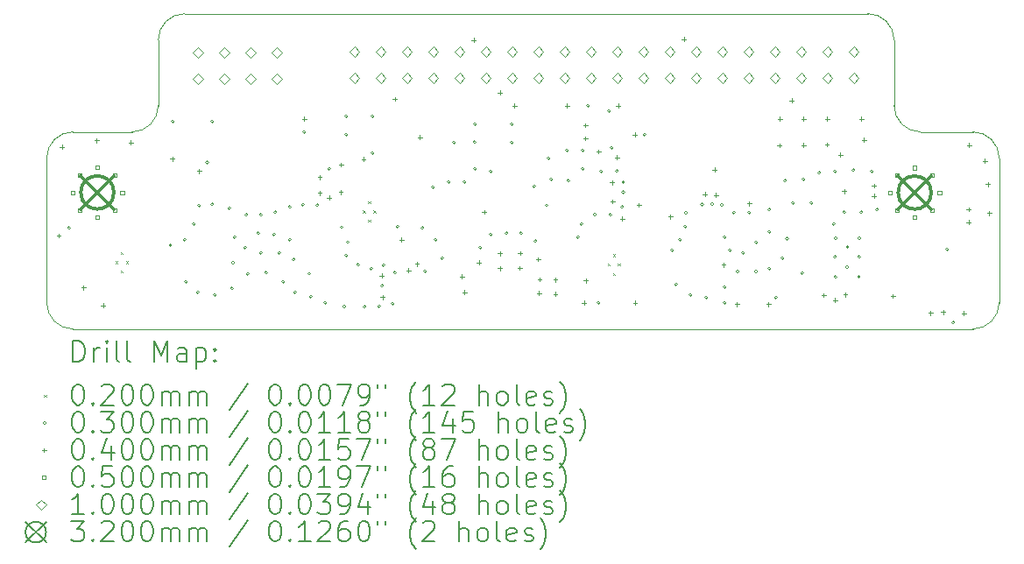
<source format=gbr>
%TF.GenerationSoftware,KiCad,Pcbnew,7.0.8*%
%TF.CreationDate,2024-02-12T21:11:34+01:00*%
%TF.ProjectId,HatV4,48617456-342e-46b6-9963-61645f706362,V2*%
%TF.SameCoordinates,Original*%
%TF.FileFunction,Drillmap*%
%TF.FilePolarity,Positive*%
%FSLAX45Y45*%
G04 Gerber Fmt 4.5, Leading zero omitted, Abs format (unit mm)*
G04 Created by KiCad (PCBNEW 7.0.8) date 2024-02-12 21:11:34*
%MOMM*%
%LPD*%
G01*
G04 APERTURE LIST*
%ADD10C,0.100000*%
%ADD11C,0.200000*%
%ADD12C,0.020000*%
%ADD13C,0.030000*%
%ADD14C,0.040000*%
%ADD15C,0.050000*%
%ADD16C,0.320000*%
G04 APERTURE END LIST*
D10*
X19001740Y-11711940D02*
X10302240Y-11711940D01*
X18239740Y-9552940D02*
X18239740Y-8917940D01*
X19255740Y-10060940D02*
G75*
G03*
X19001740Y-9806940I-254000J0D01*
G01*
X18239740Y-9552940D02*
G75*
G03*
X18493740Y-9806940I254000J0D01*
G01*
X11381740Y-8663940D02*
X11381740Y-8663940D01*
X19255740Y-10060940D02*
X19255740Y-11457940D01*
X10746740Y-9806940D02*
X10873740Y-9806940D01*
X19001740Y-11711940D02*
G75*
G03*
X19255740Y-11457940I0J254000D01*
G01*
X10302240Y-9806940D02*
G75*
G03*
X10048240Y-10060940I0J-254000D01*
G01*
X10048240Y-11457940D02*
X10048240Y-10060940D01*
X17985740Y-8663940D02*
X11381740Y-8663940D01*
X10302240Y-9806940D02*
X10746740Y-9806940D01*
X18493740Y-9806940D02*
X19001740Y-9806940D01*
X11381740Y-8663940D02*
G75*
G03*
X11127740Y-8917940I0J-254000D01*
G01*
X10873740Y-9806940D02*
G75*
G03*
X11127740Y-9552940I0J254000D01*
G01*
X10048240Y-11457940D02*
G75*
G03*
X10302240Y-11711940I254000J0D01*
G01*
X18239740Y-8917940D02*
G75*
G03*
X17985740Y-8663940I-254000J0D01*
G01*
X11127740Y-9552940D02*
X11127740Y-8917940D01*
D11*
D12*
X10712642Y-11058122D02*
X10732642Y-11078122D01*
X10732642Y-11058122D02*
X10712642Y-11078122D01*
X10762642Y-10968122D02*
X10782642Y-10988122D01*
X10782642Y-10968122D02*
X10762642Y-10988122D01*
X10762642Y-11148122D02*
X10782642Y-11168122D01*
X10782642Y-11148122D02*
X10762642Y-11168122D01*
X10812642Y-11058122D02*
X10832642Y-11078122D01*
X10832642Y-11058122D02*
X10812642Y-11078122D01*
X13106002Y-10565502D02*
X13126002Y-10585502D01*
X13126002Y-10565502D02*
X13106002Y-10585502D01*
X13156002Y-10475502D02*
X13176002Y-10495502D01*
X13176002Y-10475502D02*
X13156002Y-10495502D01*
X13156002Y-10655502D02*
X13176002Y-10675502D01*
X13176002Y-10655502D02*
X13156002Y-10675502D01*
X13206002Y-10565502D02*
X13226002Y-10585502D01*
X13226002Y-10565502D02*
X13206002Y-10585502D01*
X15470398Y-11080358D02*
X15490398Y-11100358D01*
X15490398Y-11080358D02*
X15470398Y-11100358D01*
X15520398Y-10990358D02*
X15540398Y-11010358D01*
X15540398Y-10990358D02*
X15520398Y-11010358D01*
X15520398Y-11170358D02*
X15540398Y-11190358D01*
X15540398Y-11170358D02*
X15520398Y-11190358D01*
X15570398Y-11080358D02*
X15590398Y-11100358D01*
X15590398Y-11080358D02*
X15570398Y-11100358D01*
D13*
X10279140Y-10734040D02*
G75*
G03*
X10279140Y-10734040I-15000J0D01*
G01*
X11259580Y-10904220D02*
G75*
G03*
X11259580Y-10904220I-15000J0D01*
G01*
X11282440Y-9705340D02*
G75*
G03*
X11282440Y-9705340I-15000J0D01*
G01*
X11396740Y-10848340D02*
G75*
G03*
X11396740Y-10848340I-15000J0D01*
G01*
X11409440Y-11254740D02*
G75*
G03*
X11409440Y-11254740I-15000J0D01*
G01*
X11485640Y-10695940D02*
G75*
G03*
X11485640Y-10695940I-15000J0D01*
G01*
X11523740Y-11356340D02*
G75*
G03*
X11523740Y-11356340I-15000J0D01*
G01*
X11536623Y-10520427D02*
G75*
G03*
X11536623Y-10520427I-15000J0D01*
G01*
X11615654Y-10102054D02*
G75*
G03*
X11615654Y-10102054I-15000J0D01*
G01*
X11663440Y-9705340D02*
G75*
G03*
X11663440Y-9705340I-15000J0D01*
G01*
X11663440Y-10505440D02*
G75*
G03*
X11663440Y-10505440I-15000J0D01*
G01*
X11688840Y-11381740D02*
G75*
G03*
X11688840Y-11381740I-15000J0D01*
G01*
X11828540Y-10543540D02*
G75*
G03*
X11828540Y-10543540I-15000J0D01*
G01*
X11853940Y-11318240D02*
G75*
G03*
X11853940Y-11318240I-15000J0D01*
G01*
X11866640Y-11072222D02*
G75*
G03*
X11866640Y-11072222I-15000J0D01*
G01*
X11879340Y-10822940D02*
G75*
G03*
X11879340Y-10822940I-15000J0D01*
G01*
X11980940Y-10924540D02*
G75*
G03*
X11980940Y-10924540I-15000J0D01*
G01*
X11993640Y-10607040D02*
G75*
G03*
X11993640Y-10607040I-15000J0D01*
G01*
X12006340Y-11178540D02*
G75*
G03*
X12006340Y-11178540I-15000J0D01*
G01*
X12107940Y-10784840D02*
G75*
G03*
X12107940Y-10784840I-15000J0D01*
G01*
X12133340Y-10607040D02*
G75*
G03*
X12133340Y-10607040I-15000J0D01*
G01*
X12133340Y-10975340D02*
G75*
G03*
X12133340Y-10975340I-15000J0D01*
G01*
X12184140Y-11165840D02*
G75*
G03*
X12184140Y-11165840I-15000J0D01*
G01*
X12260340Y-10797540D02*
G75*
G03*
X12260340Y-10797540I-15000J0D01*
G01*
X12273040Y-10581640D02*
G75*
G03*
X12273040Y-10581640I-15000J0D01*
G01*
X12311140Y-10975340D02*
G75*
G03*
X12311140Y-10975340I-15000J0D01*
G01*
X12349240Y-11254740D02*
G75*
G03*
X12349240Y-11254740I-15000J0D01*
G01*
X12412740Y-10530840D02*
G75*
G03*
X12412740Y-10530840I-15000J0D01*
G01*
X12412740Y-10848340D02*
G75*
G03*
X12412740Y-10848340I-15000J0D01*
G01*
X12450840Y-11038840D02*
G75*
G03*
X12450840Y-11038840I-15000J0D01*
G01*
X12463540Y-11356340D02*
G75*
G03*
X12463540Y-11356340I-15000J0D01*
G01*
X12539740Y-10513060D02*
G75*
G03*
X12539740Y-10513060I-15000J0D01*
G01*
X12552440Y-9806940D02*
G75*
G03*
X12552440Y-9806940I-15000J0D01*
G01*
X12600282Y-11178122D02*
G75*
G03*
X12600282Y-11178122I-15000J0D01*
G01*
X12615940Y-11402060D02*
G75*
G03*
X12615940Y-11402060I-15000J0D01*
G01*
X12679440Y-10515600D02*
G75*
G03*
X12679440Y-10515600I-15000J0D01*
G01*
X12755640Y-11457940D02*
G75*
G03*
X12755640Y-11457940I-15000J0D01*
G01*
X12793740Y-10162540D02*
G75*
G03*
X12793740Y-10162540I-15000J0D01*
G01*
X12915781Y-10729052D02*
G75*
G03*
X12915781Y-10729052I-15000J0D01*
G01*
X12938520Y-11496040D02*
G75*
G03*
X12938520Y-11496040I-15000J0D01*
G01*
X12958840Y-9654540D02*
G75*
G03*
X12958840Y-9654540I-15000J0D01*
G01*
X12958840Y-9832340D02*
G75*
G03*
X12958840Y-9832340I-15000J0D01*
G01*
X12958840Y-11000740D02*
G75*
G03*
X12958840Y-11000740I-15000J0D01*
G01*
X12974182Y-10873740D02*
G75*
G03*
X12974182Y-10873740I-15000J0D01*
G01*
X13073140Y-11089640D02*
G75*
G03*
X13073140Y-11089640I-15000J0D01*
G01*
X13136640Y-11496040D02*
G75*
G03*
X13136640Y-11496040I-15000J0D01*
G01*
X13200140Y-11127740D02*
G75*
G03*
X13200140Y-11127740I-15000J0D01*
G01*
X13212840Y-9654540D02*
G75*
G03*
X13212840Y-9654540I-15000J0D01*
G01*
X13212840Y-10010140D02*
G75*
G03*
X13212840Y-10010140I-15000J0D01*
G01*
X13275993Y-11494381D02*
G75*
G03*
X13275993Y-11494381I-15000J0D01*
G01*
X13306820Y-11295380D02*
G75*
G03*
X13306820Y-11295380I-15000J0D01*
G01*
X13319520Y-11094720D02*
G75*
G03*
X13319520Y-11094720I-15000J0D01*
G01*
X13408420Y-11468100D02*
G75*
G03*
X13408420Y-11468100I-15000J0D01*
G01*
X13428740Y-11165840D02*
G75*
G03*
X13428740Y-11165840I-15000J0D01*
G01*
X13454140Y-10721340D02*
G75*
G03*
X13454140Y-10721340I-15000J0D01*
G01*
X13695440Y-10734040D02*
G75*
G03*
X13695440Y-10734040I-15000J0D01*
G01*
X13720840Y-11153140D02*
G75*
G03*
X13720840Y-11153140I-15000J0D01*
G01*
X13797040Y-10340340D02*
G75*
G03*
X13797040Y-10340340I-15000J0D01*
G01*
X13822440Y-10848340D02*
G75*
G03*
X13822440Y-10848340I-15000J0D01*
G01*
X13885940Y-11026140D02*
G75*
G03*
X13885940Y-11026140I-15000J0D01*
G01*
X13949440Y-10289540D02*
G75*
G03*
X13949440Y-10289540I-15000J0D01*
G01*
X14000240Y-9908540D02*
G75*
G03*
X14000240Y-9908540I-15000J0D01*
G01*
X14101840Y-10289540D02*
G75*
G03*
X14101840Y-10289540I-15000J0D01*
G01*
X14200134Y-9906093D02*
G75*
G03*
X14200134Y-9906093I-15000J0D01*
G01*
X14203440Y-9730740D02*
G75*
G03*
X14203440Y-9730740I-15000J0D01*
G01*
X14203440Y-10162540D02*
G75*
G03*
X14203440Y-10162540I-15000J0D01*
G01*
X14254240Y-10924540D02*
G75*
G03*
X14254240Y-10924540I-15000J0D01*
G01*
X14355840Y-10187940D02*
G75*
G03*
X14355840Y-10187940I-15000J0D01*
G01*
X14355840Y-10797540D02*
G75*
G03*
X14355840Y-10797540I-15000J0D01*
G01*
X14508240Y-10787380D02*
G75*
G03*
X14508240Y-10787380I-15000J0D01*
G01*
X14559040Y-9730740D02*
G75*
G03*
X14559040Y-9730740I-15000J0D01*
G01*
X14559040Y-9908540D02*
G75*
G03*
X14559040Y-9908540I-15000J0D01*
G01*
X14647940Y-10784840D02*
G75*
G03*
X14647940Y-10784840I-15000J0D01*
G01*
X14774940Y-10332720D02*
G75*
G03*
X14774940Y-10332720I-15000J0D01*
G01*
X14787640Y-10861040D02*
G75*
G03*
X14787640Y-10861040I-15000J0D01*
G01*
X14896860Y-10518140D02*
G75*
G03*
X14896860Y-10518140I-15000J0D01*
G01*
X14914640Y-10060940D02*
G75*
G03*
X14914640Y-10060940I-15000J0D01*
G01*
X14940040Y-10264140D02*
G75*
G03*
X14940040Y-10264140I-15000J0D01*
G01*
X15092440Y-9984740D02*
G75*
G03*
X15092440Y-9984740I-15000J0D01*
G01*
X15105140Y-10276840D02*
G75*
G03*
X15105140Y-10276840I-15000J0D01*
G01*
X15199120Y-10825480D02*
G75*
G03*
X15199120Y-10825480I-15000J0D01*
G01*
X15232140Y-10695940D02*
G75*
G03*
X15232140Y-10695940I-15000J0D01*
G01*
X15244840Y-9984740D02*
G75*
G03*
X15244840Y-9984740I-15000J0D01*
G01*
X15244840Y-10162540D02*
G75*
G03*
X15244840Y-10162540I-15000J0D01*
G01*
X15295640Y-9552940D02*
G75*
G03*
X15295640Y-9552940I-15000J0D01*
G01*
X15361680Y-10604500D02*
G75*
G03*
X15361680Y-10604500I-15000J0D01*
G01*
X15397240Y-11457940D02*
G75*
G03*
X15397240Y-11457940I-15000J0D01*
G01*
X15422640Y-10190480D02*
G75*
G03*
X15422640Y-10190480I-15000J0D01*
G01*
X15498840Y-9603740D02*
G75*
G03*
X15498840Y-9603740I-15000J0D01*
G01*
X15511540Y-10607040D02*
G75*
G03*
X15511540Y-10607040I-15000J0D01*
G01*
X15524240Y-9959340D02*
G75*
G03*
X15524240Y-9959340I-15000J0D01*
G01*
X15575040Y-10186850D02*
G75*
G03*
X15575040Y-10186850I-15000J0D01*
G01*
X15625840Y-10530840D02*
G75*
G03*
X15625840Y-10530840I-15000J0D01*
G01*
X15636000Y-10292080D02*
G75*
G03*
X15636000Y-10292080I-15000J0D01*
G01*
X15636000Y-10391140D02*
G75*
G03*
X15636000Y-10391140I-15000J0D01*
G01*
X15841540Y-9832340D02*
G75*
G03*
X15841540Y-9832340I-15000J0D01*
G01*
X16108440Y-10949940D02*
G75*
G03*
X16108440Y-10949940I-15000J0D01*
G01*
X16147748Y-11280759D02*
G75*
G03*
X16147748Y-11280759I-15000J0D01*
G01*
X16184640Y-10848340D02*
G75*
G03*
X16184640Y-10848340I-15000J0D01*
G01*
X16235440Y-10721340D02*
G75*
G03*
X16235440Y-10721340I-15000J0D01*
G01*
X16243060Y-10589260D02*
G75*
G03*
X16243060Y-10589260I-15000J0D01*
G01*
X16286240Y-11381740D02*
G75*
G03*
X16286240Y-11381740I-15000J0D01*
G01*
X16398000Y-10507980D02*
G75*
G03*
X16398000Y-10507980I-15000J0D01*
G01*
X16438640Y-11407140D02*
G75*
G03*
X16438640Y-11407140I-15000J0D01*
G01*
X16494520Y-10505440D02*
G75*
G03*
X16494520Y-10505440I-15000J0D01*
G01*
X16588500Y-10513060D02*
G75*
G03*
X16588500Y-10513060I-15000J0D01*
G01*
X16616440Y-10822940D02*
G75*
G03*
X16616440Y-10822940I-15000J0D01*
G01*
X16616440Y-11305540D02*
G75*
G03*
X16616440Y-11305540I-15000J0D01*
G01*
X16616440Y-11457940D02*
G75*
G03*
X16616440Y-11457940I-15000J0D01*
G01*
X16667240Y-10949940D02*
G75*
G03*
X16667240Y-10949940I-15000J0D01*
G01*
X16705340Y-10586720D02*
G75*
G03*
X16705340Y-10586720I-15000J0D01*
G01*
X16743440Y-11156490D02*
G75*
G03*
X16743440Y-11156490I-15000J0D01*
G01*
X16794240Y-10975340D02*
G75*
G03*
X16794240Y-10975340I-15000J0D01*
G01*
X16852660Y-10586720D02*
G75*
G03*
X16852660Y-10586720I-15000J0D01*
G01*
X16921240Y-10873740D02*
G75*
G03*
X16921240Y-10873740I-15000J0D01*
G01*
X16921240Y-11156490D02*
G75*
G03*
X16921240Y-11156490I-15000J0D01*
G01*
X17048240Y-10556240D02*
G75*
G03*
X17048240Y-10556240I-15000J0D01*
G01*
X17048240Y-10772140D02*
G75*
G03*
X17048240Y-10772140I-15000J0D01*
G01*
X17048240Y-11127740D02*
G75*
G03*
X17048240Y-11127740I-15000J0D01*
G01*
X17111740Y-11407140D02*
G75*
G03*
X17111740Y-11407140I-15000J0D01*
G01*
X17175240Y-11026140D02*
G75*
G03*
X17175240Y-11026140I-15000J0D01*
G01*
X17200640Y-10276840D02*
G75*
G03*
X17200640Y-10276840I-15000J0D01*
G01*
X17220960Y-10838180D02*
G75*
G03*
X17220960Y-10838180I-15000J0D01*
G01*
X17276840Y-10492740D02*
G75*
G03*
X17276840Y-10492740I-15000J0D01*
G01*
X17365740Y-11173460D02*
G75*
G03*
X17365740Y-11173460I-15000J0D01*
G01*
X17378440Y-10264140D02*
G75*
G03*
X17378440Y-10264140I-15000J0D01*
G01*
X17454640Y-10492740D02*
G75*
G03*
X17454640Y-10492740I-15000J0D01*
G01*
X17530840Y-10200640D02*
G75*
G03*
X17530840Y-10200640I-15000J0D01*
G01*
X17670540Y-10695940D02*
G75*
G03*
X17670540Y-10695940I-15000J0D01*
G01*
X17683240Y-10187940D02*
G75*
G03*
X17683240Y-10187940I-15000J0D01*
G01*
X17683240Y-11015980D02*
G75*
G03*
X17683240Y-11015980I-15000J0D01*
G01*
X17688320Y-10835640D02*
G75*
G03*
X17688320Y-10835640I-15000J0D01*
G01*
X17688320Y-11209020D02*
G75*
G03*
X17688320Y-11209020I-15000J0D01*
G01*
X17772140Y-10581640D02*
G75*
G03*
X17772140Y-10581640I-15000J0D01*
G01*
X17800080Y-11115040D02*
G75*
G03*
X17800080Y-11115040I-15000J0D01*
G01*
X17802620Y-10919460D02*
G75*
G03*
X17802620Y-10919460I-15000J0D01*
G01*
X17861040Y-10175240D02*
G75*
G03*
X17861040Y-10175240I-15000J0D01*
G01*
X17914380Y-11206480D02*
G75*
G03*
X17914380Y-11206480I-15000J0D01*
G01*
X17916920Y-10835640D02*
G75*
G03*
X17916920Y-10835640I-15000J0D01*
G01*
X17916920Y-11015980D02*
G75*
G03*
X17916920Y-11015980I-15000J0D01*
G01*
X17937240Y-10584180D02*
G75*
G03*
X17937240Y-10584180I-15000J0D01*
G01*
X18038840Y-10187940D02*
G75*
G03*
X18038840Y-10187940I-15000J0D01*
G01*
X18089640Y-10556240D02*
G75*
G03*
X18089640Y-10556240I-15000J0D01*
G01*
X18767820Y-10942320D02*
G75*
G03*
X18767820Y-10942320I-15000J0D01*
G01*
X18826240Y-11648440D02*
G75*
G03*
X18826240Y-11648440I-15000J0D01*
G01*
D14*
X10165080Y-10790240D02*
X10165080Y-10830240D01*
X10145080Y-10810240D02*
X10185080Y-10810240D01*
X10195560Y-9931720D02*
X10195560Y-9971720D01*
X10175560Y-9951720D02*
X10215560Y-9951720D01*
X10403840Y-11293160D02*
X10403840Y-11333160D01*
X10383840Y-11313160D02*
X10423840Y-11313160D01*
X10530840Y-9868220D02*
X10530840Y-9908220D01*
X10510840Y-9888220D02*
X10550840Y-9888220D01*
X10594340Y-11463340D02*
X10594340Y-11503340D01*
X10574340Y-11483340D02*
X10614340Y-11483340D01*
X10861040Y-9888540D02*
X10861040Y-9928540D01*
X10841040Y-9908540D02*
X10881040Y-9908540D01*
X11262360Y-10046020D02*
X11262360Y-10086020D01*
X11242360Y-10066020D02*
X11282360Y-10066020D01*
X11522945Y-10166905D02*
X11522945Y-10206905D01*
X11502945Y-10186905D02*
X11542945Y-10186905D01*
X12537440Y-9659940D02*
X12537440Y-9699940D01*
X12517440Y-9679940D02*
X12557440Y-9679940D01*
X12687300Y-10226360D02*
X12687300Y-10266360D01*
X12667300Y-10246360D02*
X12707300Y-10246360D01*
X12687300Y-10376220D02*
X12687300Y-10416220D01*
X12667300Y-10396220D02*
X12707300Y-10396220D01*
X12778740Y-10421940D02*
X12778740Y-10461940D01*
X12758740Y-10441940D02*
X12798740Y-10441940D01*
X12890500Y-10368070D02*
X12890500Y-10408070D01*
X12870500Y-10388070D02*
X12910500Y-10388070D01*
X12893040Y-10104440D02*
X12893040Y-10144440D01*
X12873040Y-10124440D02*
X12913040Y-10124440D01*
X13111480Y-10051100D02*
X13111480Y-10091100D01*
X13091480Y-10071100D02*
X13131480Y-10071100D01*
X13285642Y-11175222D02*
X13285642Y-11215222D01*
X13265642Y-11195222D02*
X13305642Y-11195222D01*
X13295802Y-11386042D02*
X13295802Y-11426042D01*
X13275802Y-11406042D02*
X13315802Y-11406042D01*
X13413740Y-9469440D02*
X13413740Y-9509440D01*
X13393740Y-9489440D02*
X13433740Y-9489440D01*
X13477240Y-10828340D02*
X13477240Y-10868340D01*
X13457240Y-10848340D02*
X13497240Y-10848340D01*
X13545820Y-11125520D02*
X13545820Y-11165520D01*
X13525820Y-11145520D02*
X13565820Y-11145520D01*
X13627100Y-11062020D02*
X13627100Y-11102020D01*
X13607100Y-11082020D02*
X13647100Y-11082020D01*
X13655040Y-9837740D02*
X13655040Y-9877740D01*
X13635040Y-9857740D02*
X13675040Y-9857740D01*
X14061440Y-11183940D02*
X14061440Y-11223940D01*
X14041440Y-11203940D02*
X14081440Y-11203940D01*
X14086840Y-11336340D02*
X14086840Y-11376340D01*
X14066840Y-11356340D02*
X14106840Y-11356340D01*
X14175740Y-8897940D02*
X14175740Y-8937940D01*
X14155740Y-8917940D02*
X14195740Y-8917940D01*
X14226540Y-11049320D02*
X14226540Y-11089320D01*
X14206540Y-11069320D02*
X14246540Y-11069320D01*
X14277340Y-10561640D02*
X14277340Y-10601640D01*
X14257340Y-10581640D02*
X14297340Y-10581640D01*
X14429740Y-9405940D02*
X14429740Y-9445940D01*
X14409740Y-9425940D02*
X14449740Y-9425940D01*
X14429740Y-10962960D02*
X14429740Y-11002960D01*
X14409740Y-10982960D02*
X14449740Y-10982960D01*
X14429740Y-11105200D02*
X14429740Y-11145200D01*
X14409740Y-11125200D02*
X14449740Y-11125200D01*
X14569440Y-9532940D02*
X14569440Y-9572940D01*
X14549440Y-9552940D02*
X14589440Y-9552940D01*
X14620240Y-11102660D02*
X14620240Y-11142660D01*
X14600240Y-11122660D02*
X14640240Y-11122660D01*
X14625320Y-10957880D02*
X14625320Y-10997880D01*
X14605320Y-10977880D02*
X14645320Y-10977880D01*
X14798040Y-11018840D02*
X14798040Y-11058840D01*
X14778040Y-11038840D02*
X14818040Y-11038840D01*
X14808200Y-11346500D02*
X14808200Y-11386500D01*
X14788200Y-11366500D02*
X14828200Y-11366500D01*
X14813280Y-11211880D02*
X14813280Y-11251880D01*
X14793280Y-11231880D02*
X14833280Y-11231880D01*
X14965680Y-11216960D02*
X14965680Y-11256960D01*
X14945680Y-11236960D02*
X14985680Y-11236960D01*
X14965680Y-11354120D02*
X14965680Y-11394120D01*
X14945680Y-11374120D02*
X14985680Y-11374120D01*
X15077440Y-9532940D02*
X15077440Y-9572940D01*
X15057440Y-9552940D02*
X15097440Y-9552940D01*
X15242540Y-11439750D02*
X15242540Y-11479750D01*
X15222540Y-11459750D02*
X15262540Y-11459750D01*
X15255240Y-9723440D02*
X15255240Y-9763440D01*
X15235240Y-9743440D02*
X15275240Y-9743440D01*
X15255240Y-9850440D02*
X15255240Y-9890440D01*
X15235240Y-9870440D02*
X15275240Y-9870440D01*
X15257780Y-11224580D02*
X15257780Y-11264580D01*
X15237780Y-11244580D02*
X15277780Y-11244580D01*
X15382240Y-9977440D02*
X15382240Y-10017440D01*
X15362240Y-9997440D02*
X15402240Y-9997440D01*
X15514320Y-10274620D02*
X15514320Y-10314620D01*
X15494320Y-10294620D02*
X15534320Y-10294620D01*
X15516860Y-10459570D02*
X15516860Y-10499570D01*
X15496860Y-10479570D02*
X15536860Y-10479570D01*
X15560040Y-10031950D02*
X15560040Y-10071950D01*
X15540040Y-10051950D02*
X15580040Y-10051950D01*
X15572740Y-9532940D02*
X15572740Y-9572940D01*
X15552740Y-9552940D02*
X15592740Y-9552940D01*
X15610840Y-10625140D02*
X15610840Y-10665140D01*
X15590840Y-10645140D02*
X15630840Y-10645140D01*
X15731590Y-9812340D02*
X15731590Y-9852340D01*
X15711590Y-9832340D02*
X15751590Y-9832340D01*
X15736125Y-11439750D02*
X15736125Y-11479750D01*
X15716125Y-11459750D02*
X15756125Y-11459750D01*
X15770860Y-10493060D02*
X15770860Y-10533060D01*
X15750860Y-10513060D02*
X15790860Y-10513060D01*
X16075660Y-10604820D02*
X16075660Y-10644820D01*
X16055660Y-10624820D02*
X16095660Y-10624820D01*
X16207740Y-8890890D02*
X16207740Y-8930890D01*
X16187740Y-8910890D02*
X16227740Y-8910890D01*
X16410940Y-10388920D02*
X16410940Y-10428920D01*
X16390940Y-10408920D02*
X16430940Y-10408920D01*
X16502380Y-10152700D02*
X16502380Y-10192700D01*
X16482380Y-10172700D02*
X16522380Y-10172700D01*
X16516039Y-10397794D02*
X16516039Y-10437794D01*
X16496039Y-10417794D02*
X16536039Y-10417794D01*
X16591983Y-11072883D02*
X16591983Y-11112883D01*
X16571983Y-11092883D02*
X16611983Y-11092883D01*
X16719305Y-11451348D02*
X16719305Y-11491348D01*
X16699305Y-11471348D02*
X16739305Y-11471348D01*
X16840200Y-10478088D02*
X16840200Y-10518088D01*
X16820200Y-10498088D02*
X16860200Y-10498088D01*
X17026787Y-11451344D02*
X17026787Y-11491344D01*
X17006787Y-11471344D02*
X17046787Y-11471344D01*
X17129760Y-9916480D02*
X17129760Y-9956480D01*
X17109760Y-9936480D02*
X17149760Y-9936480D01*
X17134840Y-9659940D02*
X17134840Y-9699940D01*
X17114840Y-9679940D02*
X17154840Y-9679940D01*
X17249140Y-9482140D02*
X17249140Y-9522140D01*
X17229140Y-9502140D02*
X17269140Y-9502140D01*
X17363440Y-9659940D02*
X17363440Y-9699940D01*
X17343440Y-9679940D02*
X17383440Y-9679940D01*
X17363440Y-9913940D02*
X17363440Y-9953940D01*
X17343440Y-9933940D02*
X17383440Y-9933940D01*
X17559020Y-11364280D02*
X17559020Y-11404280D01*
X17539020Y-11384280D02*
X17579020Y-11384280D01*
X17590097Y-9909650D02*
X17590097Y-9949650D01*
X17570097Y-9929650D02*
X17610097Y-9929650D01*
X17592040Y-9659940D02*
X17592040Y-9699940D01*
X17572040Y-9679940D02*
X17612040Y-9679940D01*
X17668240Y-11412540D02*
X17668240Y-11452540D01*
X17648240Y-11432540D02*
X17688240Y-11432540D01*
X17719040Y-10007920D02*
X17719040Y-10047920D01*
X17699040Y-10027920D02*
X17739040Y-10027920D01*
X17757140Y-10360980D02*
X17757140Y-10400980D01*
X17737140Y-10380980D02*
X17777140Y-10380980D01*
X17767300Y-11359200D02*
X17767300Y-11399200D01*
X17747300Y-11379200D02*
X17787300Y-11379200D01*
X17922240Y-9659940D02*
X17922240Y-9699940D01*
X17902240Y-9679940D02*
X17942240Y-9679940D01*
X17947640Y-9863140D02*
X17947640Y-9903140D01*
X17927640Y-9883140D02*
X17967640Y-9883140D01*
X18044839Y-10307119D02*
X18044839Y-10347119D01*
X18024839Y-10327119D02*
X18064839Y-10327119D01*
X18044839Y-10407119D02*
X18044839Y-10447119D01*
X18024839Y-10427119D02*
X18064839Y-10427119D01*
X18227040Y-11374440D02*
X18227040Y-11414440D01*
X18207040Y-11394440D02*
X18247040Y-11394440D01*
X18592940Y-11537140D02*
X18592940Y-11577140D01*
X18572940Y-11557140D02*
X18612940Y-11557140D01*
X18712180Y-11529380D02*
X18712180Y-11569380D01*
X18692180Y-11549380D02*
X18732180Y-11549380D01*
X18912840Y-11539540D02*
X18912840Y-11579540D01*
X18892840Y-11559540D02*
X18932840Y-11559540D01*
X18958560Y-10536240D02*
X18958560Y-10576240D01*
X18938560Y-10556240D02*
X18978560Y-10556240D01*
X18958560Y-10660700D02*
X18958560Y-10700700D01*
X18938560Y-10680700D02*
X18978560Y-10680700D01*
X18963640Y-9913940D02*
X18963640Y-9953940D01*
X18943640Y-9933940D02*
X18983640Y-9933940D01*
X19116040Y-10066340D02*
X19116040Y-10106340D01*
X19096040Y-10086340D02*
X19136040Y-10086340D01*
X19146520Y-10292400D02*
X19146520Y-10332400D01*
X19126520Y-10312400D02*
X19166520Y-10312400D01*
X19159220Y-10571800D02*
X19159220Y-10611800D01*
X19139220Y-10591800D02*
X19179220Y-10591800D01*
D15*
X10315722Y-10410058D02*
X10315722Y-10374702D01*
X10280366Y-10374702D01*
X10280366Y-10410058D01*
X10315722Y-10410058D01*
X10386016Y-10240352D02*
X10386016Y-10204997D01*
X10350660Y-10204997D01*
X10350660Y-10240352D01*
X10386016Y-10240352D01*
X10386016Y-10579763D02*
X10386016Y-10544408D01*
X10350660Y-10544408D01*
X10350660Y-10579763D01*
X10386016Y-10579763D01*
X10555722Y-10170058D02*
X10555722Y-10134702D01*
X10520366Y-10134702D01*
X10520366Y-10170058D01*
X10555722Y-10170058D01*
X10555722Y-10650058D02*
X10555722Y-10614702D01*
X10520366Y-10614702D01*
X10520366Y-10650058D01*
X10555722Y-10650058D01*
X10725427Y-10240352D02*
X10725427Y-10204997D01*
X10690072Y-10204997D01*
X10690072Y-10240352D01*
X10725427Y-10240352D01*
X10725427Y-10579763D02*
X10725427Y-10544408D01*
X10690072Y-10544408D01*
X10690072Y-10579763D01*
X10725427Y-10579763D01*
X10795722Y-10410058D02*
X10795722Y-10374702D01*
X10760366Y-10374702D01*
X10760366Y-10410058D01*
X10795722Y-10410058D01*
X18215622Y-10411274D02*
X18215622Y-10375918D01*
X18180266Y-10375918D01*
X18180266Y-10411274D01*
X18215622Y-10411274D01*
X18285916Y-10241568D02*
X18285916Y-10206213D01*
X18250560Y-10206213D01*
X18250560Y-10241568D01*
X18285916Y-10241568D01*
X18285916Y-10580980D02*
X18285916Y-10545624D01*
X18250560Y-10545624D01*
X18250560Y-10580980D01*
X18285916Y-10580980D01*
X18455622Y-10171274D02*
X18455622Y-10135918D01*
X18420266Y-10135918D01*
X18420266Y-10171274D01*
X18455622Y-10171274D01*
X18455622Y-10651274D02*
X18455622Y-10615918D01*
X18420266Y-10615918D01*
X18420266Y-10651274D01*
X18455622Y-10651274D01*
X18625327Y-10241568D02*
X18625327Y-10206213D01*
X18589972Y-10206213D01*
X18589972Y-10241568D01*
X18625327Y-10241568D01*
X18625327Y-10580980D02*
X18625327Y-10545624D01*
X18589972Y-10545624D01*
X18589972Y-10580980D01*
X18625327Y-10580980D01*
X18695622Y-10411274D02*
X18695622Y-10375918D01*
X18660266Y-10375918D01*
X18660266Y-10411274D01*
X18695622Y-10411274D01*
D10*
X11508740Y-9089860D02*
X11558740Y-9039860D01*
X11508740Y-8989860D01*
X11458740Y-9039860D01*
X11508740Y-9089860D01*
X11508740Y-9343860D02*
X11558740Y-9293860D01*
X11508740Y-9243860D01*
X11458740Y-9293860D01*
X11508740Y-9343860D01*
X11762740Y-9089860D02*
X11812740Y-9039860D01*
X11762740Y-8989860D01*
X11712740Y-9039860D01*
X11762740Y-9089860D01*
X11762740Y-9343860D02*
X11812740Y-9293860D01*
X11762740Y-9243860D01*
X11712740Y-9293860D01*
X11762740Y-9343860D01*
X12016740Y-9089860D02*
X12066740Y-9039860D01*
X12016740Y-8989860D01*
X11966740Y-9039860D01*
X12016740Y-9089860D01*
X12016740Y-9343860D02*
X12066740Y-9293860D01*
X12016740Y-9243860D01*
X11966740Y-9293860D01*
X12016740Y-9343860D01*
X12270740Y-9089860D02*
X12320740Y-9039860D01*
X12270740Y-8989860D01*
X12220740Y-9039860D01*
X12270740Y-9089860D01*
X12270740Y-9343860D02*
X12320740Y-9293860D01*
X12270740Y-9243860D01*
X12220740Y-9293860D01*
X12270740Y-9343860D01*
X13022580Y-9082240D02*
X13072580Y-9032240D01*
X13022580Y-8982240D01*
X12972580Y-9032240D01*
X13022580Y-9082240D01*
X13022580Y-9336240D02*
X13072580Y-9286240D01*
X13022580Y-9236240D01*
X12972580Y-9286240D01*
X13022580Y-9336240D01*
X13276580Y-9082240D02*
X13326580Y-9032240D01*
X13276580Y-8982240D01*
X13226580Y-9032240D01*
X13276580Y-9082240D01*
X13276580Y-9336240D02*
X13326580Y-9286240D01*
X13276580Y-9236240D01*
X13226580Y-9286240D01*
X13276580Y-9336240D01*
X13530580Y-9082240D02*
X13580580Y-9032240D01*
X13530580Y-8982240D01*
X13480580Y-9032240D01*
X13530580Y-9082240D01*
X13530580Y-9336240D02*
X13580580Y-9286240D01*
X13530580Y-9236240D01*
X13480580Y-9286240D01*
X13530580Y-9336240D01*
X13784580Y-9082240D02*
X13834580Y-9032240D01*
X13784580Y-8982240D01*
X13734580Y-9032240D01*
X13784580Y-9082240D01*
X13784580Y-9336240D02*
X13834580Y-9286240D01*
X13784580Y-9236240D01*
X13734580Y-9286240D01*
X13784580Y-9336240D01*
X14038580Y-9082240D02*
X14088580Y-9032240D01*
X14038580Y-8982240D01*
X13988580Y-9032240D01*
X14038580Y-9082240D01*
X14038580Y-9336240D02*
X14088580Y-9286240D01*
X14038580Y-9236240D01*
X13988580Y-9286240D01*
X14038580Y-9336240D01*
X14292580Y-9082240D02*
X14342580Y-9032240D01*
X14292580Y-8982240D01*
X14242580Y-9032240D01*
X14292580Y-9082240D01*
X14292580Y-9336240D02*
X14342580Y-9286240D01*
X14292580Y-9236240D01*
X14242580Y-9286240D01*
X14292580Y-9336240D01*
X14546580Y-9082240D02*
X14596580Y-9032240D01*
X14546580Y-8982240D01*
X14496580Y-9032240D01*
X14546580Y-9082240D01*
X14546580Y-9336240D02*
X14596580Y-9286240D01*
X14546580Y-9236240D01*
X14496580Y-9286240D01*
X14546580Y-9336240D01*
X14800580Y-9082240D02*
X14850580Y-9032240D01*
X14800580Y-8982240D01*
X14750580Y-9032240D01*
X14800580Y-9082240D01*
X14800580Y-9336240D02*
X14850580Y-9286240D01*
X14800580Y-9236240D01*
X14750580Y-9286240D01*
X14800580Y-9336240D01*
X15054580Y-9082240D02*
X15104580Y-9032240D01*
X15054580Y-8982240D01*
X15004580Y-9032240D01*
X15054580Y-9082240D01*
X15054580Y-9336240D02*
X15104580Y-9286240D01*
X15054580Y-9236240D01*
X15004580Y-9286240D01*
X15054580Y-9336240D01*
X15308580Y-9082240D02*
X15358580Y-9032240D01*
X15308580Y-8982240D01*
X15258580Y-9032240D01*
X15308580Y-9082240D01*
X15308580Y-9336240D02*
X15358580Y-9286240D01*
X15308580Y-9236240D01*
X15258580Y-9286240D01*
X15308580Y-9336240D01*
X15562580Y-9082240D02*
X15612580Y-9032240D01*
X15562580Y-8982240D01*
X15512580Y-9032240D01*
X15562580Y-9082240D01*
X15562580Y-9336240D02*
X15612580Y-9286240D01*
X15562580Y-9236240D01*
X15512580Y-9286240D01*
X15562580Y-9336240D01*
X15816580Y-9082240D02*
X15866580Y-9032240D01*
X15816580Y-8982240D01*
X15766580Y-9032240D01*
X15816580Y-9082240D01*
X15816580Y-9336240D02*
X15866580Y-9286240D01*
X15816580Y-9236240D01*
X15766580Y-9286240D01*
X15816580Y-9336240D01*
X16070580Y-9082240D02*
X16120580Y-9032240D01*
X16070580Y-8982240D01*
X16020580Y-9032240D01*
X16070580Y-9082240D01*
X16070580Y-9336240D02*
X16120580Y-9286240D01*
X16070580Y-9236240D01*
X16020580Y-9286240D01*
X16070580Y-9336240D01*
X16324580Y-9082240D02*
X16374580Y-9032240D01*
X16324580Y-8982240D01*
X16274580Y-9032240D01*
X16324580Y-9082240D01*
X16324580Y-9336240D02*
X16374580Y-9286240D01*
X16324580Y-9236240D01*
X16274580Y-9286240D01*
X16324580Y-9336240D01*
X16578580Y-9082240D02*
X16628580Y-9032240D01*
X16578580Y-8982240D01*
X16528580Y-9032240D01*
X16578580Y-9082240D01*
X16578580Y-9336240D02*
X16628580Y-9286240D01*
X16578580Y-9236240D01*
X16528580Y-9286240D01*
X16578580Y-9336240D01*
X16832580Y-9082240D02*
X16882580Y-9032240D01*
X16832580Y-8982240D01*
X16782580Y-9032240D01*
X16832580Y-9082240D01*
X16832580Y-9336240D02*
X16882580Y-9286240D01*
X16832580Y-9236240D01*
X16782580Y-9286240D01*
X16832580Y-9336240D01*
X17086580Y-9082240D02*
X17136580Y-9032240D01*
X17086580Y-8982240D01*
X17036580Y-9032240D01*
X17086580Y-9082240D01*
X17086580Y-9336240D02*
X17136580Y-9286240D01*
X17086580Y-9236240D01*
X17036580Y-9286240D01*
X17086580Y-9336240D01*
X17340580Y-9082240D02*
X17390580Y-9032240D01*
X17340580Y-8982240D01*
X17290580Y-9032240D01*
X17340580Y-9082240D01*
X17340580Y-9336240D02*
X17390580Y-9286240D01*
X17340580Y-9236240D01*
X17290580Y-9286240D01*
X17340580Y-9336240D01*
X17594580Y-9082240D02*
X17644580Y-9032240D01*
X17594580Y-8982240D01*
X17544580Y-9032240D01*
X17594580Y-9082240D01*
X17594580Y-9336240D02*
X17644580Y-9286240D01*
X17594580Y-9236240D01*
X17544580Y-9286240D01*
X17594580Y-9336240D01*
X17848580Y-9082240D02*
X17898580Y-9032240D01*
X17848580Y-8982240D01*
X17798580Y-9032240D01*
X17848580Y-9082240D01*
X17848580Y-9336240D02*
X17898580Y-9286240D01*
X17848580Y-9236240D01*
X17798580Y-9286240D01*
X17848580Y-9336240D01*
D16*
X10378044Y-10232380D02*
X10698044Y-10552380D01*
X10698044Y-10232380D02*
X10378044Y-10552380D01*
X10698044Y-10392380D02*
G75*
G03*
X10698044Y-10392380I-160000J0D01*
G01*
X18277944Y-10233596D02*
X18597944Y-10553596D01*
X18597944Y-10233596D02*
X18277944Y-10553596D01*
X18597944Y-10393596D02*
G75*
G03*
X18597944Y-10393596I-160000J0D01*
G01*
D11*
X10304017Y-12028424D02*
X10304017Y-11828424D01*
X10304017Y-11828424D02*
X10351636Y-11828424D01*
X10351636Y-11828424D02*
X10380207Y-11837948D01*
X10380207Y-11837948D02*
X10399255Y-11856995D01*
X10399255Y-11856995D02*
X10408779Y-11876043D01*
X10408779Y-11876043D02*
X10418303Y-11914138D01*
X10418303Y-11914138D02*
X10418303Y-11942709D01*
X10418303Y-11942709D02*
X10408779Y-11980805D01*
X10408779Y-11980805D02*
X10399255Y-11999852D01*
X10399255Y-11999852D02*
X10380207Y-12018900D01*
X10380207Y-12018900D02*
X10351636Y-12028424D01*
X10351636Y-12028424D02*
X10304017Y-12028424D01*
X10504017Y-12028424D02*
X10504017Y-11895090D01*
X10504017Y-11933186D02*
X10513541Y-11914138D01*
X10513541Y-11914138D02*
X10523064Y-11904614D01*
X10523064Y-11904614D02*
X10542112Y-11895090D01*
X10542112Y-11895090D02*
X10561160Y-11895090D01*
X10627826Y-12028424D02*
X10627826Y-11895090D01*
X10627826Y-11828424D02*
X10618303Y-11837948D01*
X10618303Y-11837948D02*
X10627826Y-11847471D01*
X10627826Y-11847471D02*
X10637350Y-11837948D01*
X10637350Y-11837948D02*
X10627826Y-11828424D01*
X10627826Y-11828424D02*
X10627826Y-11847471D01*
X10751636Y-12028424D02*
X10732588Y-12018900D01*
X10732588Y-12018900D02*
X10723064Y-11999852D01*
X10723064Y-11999852D02*
X10723064Y-11828424D01*
X10856398Y-12028424D02*
X10837350Y-12018900D01*
X10837350Y-12018900D02*
X10827826Y-11999852D01*
X10827826Y-11999852D02*
X10827826Y-11828424D01*
X11084969Y-12028424D02*
X11084969Y-11828424D01*
X11084969Y-11828424D02*
X11151636Y-11971281D01*
X11151636Y-11971281D02*
X11218302Y-11828424D01*
X11218302Y-11828424D02*
X11218302Y-12028424D01*
X11399255Y-12028424D02*
X11399255Y-11923662D01*
X11399255Y-11923662D02*
X11389731Y-11904614D01*
X11389731Y-11904614D02*
X11370683Y-11895090D01*
X11370683Y-11895090D02*
X11332588Y-11895090D01*
X11332588Y-11895090D02*
X11313541Y-11904614D01*
X11399255Y-12018900D02*
X11380207Y-12028424D01*
X11380207Y-12028424D02*
X11332588Y-12028424D01*
X11332588Y-12028424D02*
X11313541Y-12018900D01*
X11313541Y-12018900D02*
X11304017Y-11999852D01*
X11304017Y-11999852D02*
X11304017Y-11980805D01*
X11304017Y-11980805D02*
X11313541Y-11961757D01*
X11313541Y-11961757D02*
X11332588Y-11952233D01*
X11332588Y-11952233D02*
X11380207Y-11952233D01*
X11380207Y-11952233D02*
X11399255Y-11942709D01*
X11494493Y-11895090D02*
X11494493Y-12095090D01*
X11494493Y-11904614D02*
X11513541Y-11895090D01*
X11513541Y-11895090D02*
X11551636Y-11895090D01*
X11551636Y-11895090D02*
X11570683Y-11904614D01*
X11570683Y-11904614D02*
X11580207Y-11914138D01*
X11580207Y-11914138D02*
X11589731Y-11933186D01*
X11589731Y-11933186D02*
X11589731Y-11990328D01*
X11589731Y-11990328D02*
X11580207Y-12009376D01*
X11580207Y-12009376D02*
X11570683Y-12018900D01*
X11570683Y-12018900D02*
X11551636Y-12028424D01*
X11551636Y-12028424D02*
X11513541Y-12028424D01*
X11513541Y-12028424D02*
X11494493Y-12018900D01*
X11675445Y-12009376D02*
X11684969Y-12018900D01*
X11684969Y-12018900D02*
X11675445Y-12028424D01*
X11675445Y-12028424D02*
X11665922Y-12018900D01*
X11665922Y-12018900D02*
X11675445Y-12009376D01*
X11675445Y-12009376D02*
X11675445Y-12028424D01*
X11675445Y-11904614D02*
X11684969Y-11914138D01*
X11684969Y-11914138D02*
X11675445Y-11923662D01*
X11675445Y-11923662D02*
X11665922Y-11914138D01*
X11665922Y-11914138D02*
X11675445Y-11904614D01*
X11675445Y-11904614D02*
X11675445Y-11923662D01*
D12*
X10023240Y-12346940D02*
X10043240Y-12366940D01*
X10043240Y-12346940D02*
X10023240Y-12366940D01*
D11*
X10342112Y-12248424D02*
X10361160Y-12248424D01*
X10361160Y-12248424D02*
X10380207Y-12257948D01*
X10380207Y-12257948D02*
X10389731Y-12267471D01*
X10389731Y-12267471D02*
X10399255Y-12286519D01*
X10399255Y-12286519D02*
X10408779Y-12324614D01*
X10408779Y-12324614D02*
X10408779Y-12372233D01*
X10408779Y-12372233D02*
X10399255Y-12410328D01*
X10399255Y-12410328D02*
X10389731Y-12429376D01*
X10389731Y-12429376D02*
X10380207Y-12438900D01*
X10380207Y-12438900D02*
X10361160Y-12448424D01*
X10361160Y-12448424D02*
X10342112Y-12448424D01*
X10342112Y-12448424D02*
X10323064Y-12438900D01*
X10323064Y-12438900D02*
X10313541Y-12429376D01*
X10313541Y-12429376D02*
X10304017Y-12410328D01*
X10304017Y-12410328D02*
X10294493Y-12372233D01*
X10294493Y-12372233D02*
X10294493Y-12324614D01*
X10294493Y-12324614D02*
X10304017Y-12286519D01*
X10304017Y-12286519D02*
X10313541Y-12267471D01*
X10313541Y-12267471D02*
X10323064Y-12257948D01*
X10323064Y-12257948D02*
X10342112Y-12248424D01*
X10494493Y-12429376D02*
X10504017Y-12438900D01*
X10504017Y-12438900D02*
X10494493Y-12448424D01*
X10494493Y-12448424D02*
X10484969Y-12438900D01*
X10484969Y-12438900D02*
X10494493Y-12429376D01*
X10494493Y-12429376D02*
X10494493Y-12448424D01*
X10580207Y-12267471D02*
X10589731Y-12257948D01*
X10589731Y-12257948D02*
X10608779Y-12248424D01*
X10608779Y-12248424D02*
X10656398Y-12248424D01*
X10656398Y-12248424D02*
X10675445Y-12257948D01*
X10675445Y-12257948D02*
X10684969Y-12267471D01*
X10684969Y-12267471D02*
X10694493Y-12286519D01*
X10694493Y-12286519D02*
X10694493Y-12305567D01*
X10694493Y-12305567D02*
X10684969Y-12334138D01*
X10684969Y-12334138D02*
X10570684Y-12448424D01*
X10570684Y-12448424D02*
X10694493Y-12448424D01*
X10818303Y-12248424D02*
X10837350Y-12248424D01*
X10837350Y-12248424D02*
X10856398Y-12257948D01*
X10856398Y-12257948D02*
X10865922Y-12267471D01*
X10865922Y-12267471D02*
X10875445Y-12286519D01*
X10875445Y-12286519D02*
X10884969Y-12324614D01*
X10884969Y-12324614D02*
X10884969Y-12372233D01*
X10884969Y-12372233D02*
X10875445Y-12410328D01*
X10875445Y-12410328D02*
X10865922Y-12429376D01*
X10865922Y-12429376D02*
X10856398Y-12438900D01*
X10856398Y-12438900D02*
X10837350Y-12448424D01*
X10837350Y-12448424D02*
X10818303Y-12448424D01*
X10818303Y-12448424D02*
X10799255Y-12438900D01*
X10799255Y-12438900D02*
X10789731Y-12429376D01*
X10789731Y-12429376D02*
X10780207Y-12410328D01*
X10780207Y-12410328D02*
X10770684Y-12372233D01*
X10770684Y-12372233D02*
X10770684Y-12324614D01*
X10770684Y-12324614D02*
X10780207Y-12286519D01*
X10780207Y-12286519D02*
X10789731Y-12267471D01*
X10789731Y-12267471D02*
X10799255Y-12257948D01*
X10799255Y-12257948D02*
X10818303Y-12248424D01*
X11008779Y-12248424D02*
X11027826Y-12248424D01*
X11027826Y-12248424D02*
X11046874Y-12257948D01*
X11046874Y-12257948D02*
X11056398Y-12267471D01*
X11056398Y-12267471D02*
X11065922Y-12286519D01*
X11065922Y-12286519D02*
X11075445Y-12324614D01*
X11075445Y-12324614D02*
X11075445Y-12372233D01*
X11075445Y-12372233D02*
X11065922Y-12410328D01*
X11065922Y-12410328D02*
X11056398Y-12429376D01*
X11056398Y-12429376D02*
X11046874Y-12438900D01*
X11046874Y-12438900D02*
X11027826Y-12448424D01*
X11027826Y-12448424D02*
X11008779Y-12448424D01*
X11008779Y-12448424D02*
X10989731Y-12438900D01*
X10989731Y-12438900D02*
X10980207Y-12429376D01*
X10980207Y-12429376D02*
X10970684Y-12410328D01*
X10970684Y-12410328D02*
X10961160Y-12372233D01*
X10961160Y-12372233D02*
X10961160Y-12324614D01*
X10961160Y-12324614D02*
X10970684Y-12286519D01*
X10970684Y-12286519D02*
X10980207Y-12267471D01*
X10980207Y-12267471D02*
X10989731Y-12257948D01*
X10989731Y-12257948D02*
X11008779Y-12248424D01*
X11161160Y-12448424D02*
X11161160Y-12315090D01*
X11161160Y-12334138D02*
X11170684Y-12324614D01*
X11170684Y-12324614D02*
X11189731Y-12315090D01*
X11189731Y-12315090D02*
X11218303Y-12315090D01*
X11218303Y-12315090D02*
X11237350Y-12324614D01*
X11237350Y-12324614D02*
X11246874Y-12343662D01*
X11246874Y-12343662D02*
X11246874Y-12448424D01*
X11246874Y-12343662D02*
X11256398Y-12324614D01*
X11256398Y-12324614D02*
X11275445Y-12315090D01*
X11275445Y-12315090D02*
X11304017Y-12315090D01*
X11304017Y-12315090D02*
X11323064Y-12324614D01*
X11323064Y-12324614D02*
X11332588Y-12343662D01*
X11332588Y-12343662D02*
X11332588Y-12448424D01*
X11427826Y-12448424D02*
X11427826Y-12315090D01*
X11427826Y-12334138D02*
X11437350Y-12324614D01*
X11437350Y-12324614D02*
X11456398Y-12315090D01*
X11456398Y-12315090D02*
X11484969Y-12315090D01*
X11484969Y-12315090D02*
X11504017Y-12324614D01*
X11504017Y-12324614D02*
X11513541Y-12343662D01*
X11513541Y-12343662D02*
X11513541Y-12448424D01*
X11513541Y-12343662D02*
X11523064Y-12324614D01*
X11523064Y-12324614D02*
X11542112Y-12315090D01*
X11542112Y-12315090D02*
X11570683Y-12315090D01*
X11570683Y-12315090D02*
X11589731Y-12324614D01*
X11589731Y-12324614D02*
X11599255Y-12343662D01*
X11599255Y-12343662D02*
X11599255Y-12448424D01*
X11989731Y-12238900D02*
X11818303Y-12496043D01*
X12246874Y-12248424D02*
X12265922Y-12248424D01*
X12265922Y-12248424D02*
X12284969Y-12257948D01*
X12284969Y-12257948D02*
X12294493Y-12267471D01*
X12294493Y-12267471D02*
X12304017Y-12286519D01*
X12304017Y-12286519D02*
X12313541Y-12324614D01*
X12313541Y-12324614D02*
X12313541Y-12372233D01*
X12313541Y-12372233D02*
X12304017Y-12410328D01*
X12304017Y-12410328D02*
X12294493Y-12429376D01*
X12294493Y-12429376D02*
X12284969Y-12438900D01*
X12284969Y-12438900D02*
X12265922Y-12448424D01*
X12265922Y-12448424D02*
X12246874Y-12448424D01*
X12246874Y-12448424D02*
X12227826Y-12438900D01*
X12227826Y-12438900D02*
X12218303Y-12429376D01*
X12218303Y-12429376D02*
X12208779Y-12410328D01*
X12208779Y-12410328D02*
X12199255Y-12372233D01*
X12199255Y-12372233D02*
X12199255Y-12324614D01*
X12199255Y-12324614D02*
X12208779Y-12286519D01*
X12208779Y-12286519D02*
X12218303Y-12267471D01*
X12218303Y-12267471D02*
X12227826Y-12257948D01*
X12227826Y-12257948D02*
X12246874Y-12248424D01*
X12399255Y-12429376D02*
X12408779Y-12438900D01*
X12408779Y-12438900D02*
X12399255Y-12448424D01*
X12399255Y-12448424D02*
X12389731Y-12438900D01*
X12389731Y-12438900D02*
X12399255Y-12429376D01*
X12399255Y-12429376D02*
X12399255Y-12448424D01*
X12532588Y-12248424D02*
X12551636Y-12248424D01*
X12551636Y-12248424D02*
X12570684Y-12257948D01*
X12570684Y-12257948D02*
X12580207Y-12267471D01*
X12580207Y-12267471D02*
X12589731Y-12286519D01*
X12589731Y-12286519D02*
X12599255Y-12324614D01*
X12599255Y-12324614D02*
X12599255Y-12372233D01*
X12599255Y-12372233D02*
X12589731Y-12410328D01*
X12589731Y-12410328D02*
X12580207Y-12429376D01*
X12580207Y-12429376D02*
X12570684Y-12438900D01*
X12570684Y-12438900D02*
X12551636Y-12448424D01*
X12551636Y-12448424D02*
X12532588Y-12448424D01*
X12532588Y-12448424D02*
X12513541Y-12438900D01*
X12513541Y-12438900D02*
X12504017Y-12429376D01*
X12504017Y-12429376D02*
X12494493Y-12410328D01*
X12494493Y-12410328D02*
X12484969Y-12372233D01*
X12484969Y-12372233D02*
X12484969Y-12324614D01*
X12484969Y-12324614D02*
X12494493Y-12286519D01*
X12494493Y-12286519D02*
X12504017Y-12267471D01*
X12504017Y-12267471D02*
X12513541Y-12257948D01*
X12513541Y-12257948D02*
X12532588Y-12248424D01*
X12723065Y-12248424D02*
X12742112Y-12248424D01*
X12742112Y-12248424D02*
X12761160Y-12257948D01*
X12761160Y-12257948D02*
X12770684Y-12267471D01*
X12770684Y-12267471D02*
X12780207Y-12286519D01*
X12780207Y-12286519D02*
X12789731Y-12324614D01*
X12789731Y-12324614D02*
X12789731Y-12372233D01*
X12789731Y-12372233D02*
X12780207Y-12410328D01*
X12780207Y-12410328D02*
X12770684Y-12429376D01*
X12770684Y-12429376D02*
X12761160Y-12438900D01*
X12761160Y-12438900D02*
X12742112Y-12448424D01*
X12742112Y-12448424D02*
X12723065Y-12448424D01*
X12723065Y-12448424D02*
X12704017Y-12438900D01*
X12704017Y-12438900D02*
X12694493Y-12429376D01*
X12694493Y-12429376D02*
X12684969Y-12410328D01*
X12684969Y-12410328D02*
X12675446Y-12372233D01*
X12675446Y-12372233D02*
X12675446Y-12324614D01*
X12675446Y-12324614D02*
X12684969Y-12286519D01*
X12684969Y-12286519D02*
X12694493Y-12267471D01*
X12694493Y-12267471D02*
X12704017Y-12257948D01*
X12704017Y-12257948D02*
X12723065Y-12248424D01*
X12856398Y-12248424D02*
X12989731Y-12248424D01*
X12989731Y-12248424D02*
X12904017Y-12448424D01*
X13075446Y-12448424D02*
X13113541Y-12448424D01*
X13113541Y-12448424D02*
X13132588Y-12438900D01*
X13132588Y-12438900D02*
X13142112Y-12429376D01*
X13142112Y-12429376D02*
X13161160Y-12400805D01*
X13161160Y-12400805D02*
X13170684Y-12362709D01*
X13170684Y-12362709D02*
X13170684Y-12286519D01*
X13170684Y-12286519D02*
X13161160Y-12267471D01*
X13161160Y-12267471D02*
X13151636Y-12257948D01*
X13151636Y-12257948D02*
X13132588Y-12248424D01*
X13132588Y-12248424D02*
X13094493Y-12248424D01*
X13094493Y-12248424D02*
X13075446Y-12257948D01*
X13075446Y-12257948D02*
X13065922Y-12267471D01*
X13065922Y-12267471D02*
X13056398Y-12286519D01*
X13056398Y-12286519D02*
X13056398Y-12334138D01*
X13056398Y-12334138D02*
X13065922Y-12353186D01*
X13065922Y-12353186D02*
X13075446Y-12362709D01*
X13075446Y-12362709D02*
X13094493Y-12372233D01*
X13094493Y-12372233D02*
X13132588Y-12372233D01*
X13132588Y-12372233D02*
X13151636Y-12362709D01*
X13151636Y-12362709D02*
X13161160Y-12353186D01*
X13161160Y-12353186D02*
X13170684Y-12334138D01*
X13246874Y-12248424D02*
X13246874Y-12286519D01*
X13323065Y-12248424D02*
X13323065Y-12286519D01*
X13618303Y-12524614D02*
X13608779Y-12515090D01*
X13608779Y-12515090D02*
X13589731Y-12486519D01*
X13589731Y-12486519D02*
X13580208Y-12467471D01*
X13580208Y-12467471D02*
X13570684Y-12438900D01*
X13570684Y-12438900D02*
X13561160Y-12391281D01*
X13561160Y-12391281D02*
X13561160Y-12353186D01*
X13561160Y-12353186D02*
X13570684Y-12305567D01*
X13570684Y-12305567D02*
X13580208Y-12276995D01*
X13580208Y-12276995D02*
X13589731Y-12257948D01*
X13589731Y-12257948D02*
X13608779Y-12229376D01*
X13608779Y-12229376D02*
X13618303Y-12219852D01*
X13799255Y-12448424D02*
X13684969Y-12448424D01*
X13742112Y-12448424D02*
X13742112Y-12248424D01*
X13742112Y-12248424D02*
X13723065Y-12276995D01*
X13723065Y-12276995D02*
X13704017Y-12296043D01*
X13704017Y-12296043D02*
X13684969Y-12305567D01*
X13875446Y-12267471D02*
X13884969Y-12257948D01*
X13884969Y-12257948D02*
X13904017Y-12248424D01*
X13904017Y-12248424D02*
X13951636Y-12248424D01*
X13951636Y-12248424D02*
X13970684Y-12257948D01*
X13970684Y-12257948D02*
X13980208Y-12267471D01*
X13980208Y-12267471D02*
X13989731Y-12286519D01*
X13989731Y-12286519D02*
X13989731Y-12305567D01*
X13989731Y-12305567D02*
X13980208Y-12334138D01*
X13980208Y-12334138D02*
X13865922Y-12448424D01*
X13865922Y-12448424D02*
X13989731Y-12448424D01*
X14227827Y-12448424D02*
X14227827Y-12248424D01*
X14313541Y-12448424D02*
X14313541Y-12343662D01*
X14313541Y-12343662D02*
X14304017Y-12324614D01*
X14304017Y-12324614D02*
X14284970Y-12315090D01*
X14284970Y-12315090D02*
X14256398Y-12315090D01*
X14256398Y-12315090D02*
X14237350Y-12324614D01*
X14237350Y-12324614D02*
X14227827Y-12334138D01*
X14437350Y-12448424D02*
X14418303Y-12438900D01*
X14418303Y-12438900D02*
X14408779Y-12429376D01*
X14408779Y-12429376D02*
X14399255Y-12410328D01*
X14399255Y-12410328D02*
X14399255Y-12353186D01*
X14399255Y-12353186D02*
X14408779Y-12334138D01*
X14408779Y-12334138D02*
X14418303Y-12324614D01*
X14418303Y-12324614D02*
X14437350Y-12315090D01*
X14437350Y-12315090D02*
X14465922Y-12315090D01*
X14465922Y-12315090D02*
X14484970Y-12324614D01*
X14484970Y-12324614D02*
X14494493Y-12334138D01*
X14494493Y-12334138D02*
X14504017Y-12353186D01*
X14504017Y-12353186D02*
X14504017Y-12410328D01*
X14504017Y-12410328D02*
X14494493Y-12429376D01*
X14494493Y-12429376D02*
X14484970Y-12438900D01*
X14484970Y-12438900D02*
X14465922Y-12448424D01*
X14465922Y-12448424D02*
X14437350Y-12448424D01*
X14618303Y-12448424D02*
X14599255Y-12438900D01*
X14599255Y-12438900D02*
X14589731Y-12419852D01*
X14589731Y-12419852D02*
X14589731Y-12248424D01*
X14770684Y-12438900D02*
X14751636Y-12448424D01*
X14751636Y-12448424D02*
X14713541Y-12448424D01*
X14713541Y-12448424D02*
X14694493Y-12438900D01*
X14694493Y-12438900D02*
X14684970Y-12419852D01*
X14684970Y-12419852D02*
X14684970Y-12343662D01*
X14684970Y-12343662D02*
X14694493Y-12324614D01*
X14694493Y-12324614D02*
X14713541Y-12315090D01*
X14713541Y-12315090D02*
X14751636Y-12315090D01*
X14751636Y-12315090D02*
X14770684Y-12324614D01*
X14770684Y-12324614D02*
X14780208Y-12343662D01*
X14780208Y-12343662D02*
X14780208Y-12362709D01*
X14780208Y-12362709D02*
X14684970Y-12381757D01*
X14856398Y-12438900D02*
X14875446Y-12448424D01*
X14875446Y-12448424D02*
X14913541Y-12448424D01*
X14913541Y-12448424D02*
X14932589Y-12438900D01*
X14932589Y-12438900D02*
X14942112Y-12419852D01*
X14942112Y-12419852D02*
X14942112Y-12410328D01*
X14942112Y-12410328D02*
X14932589Y-12391281D01*
X14932589Y-12391281D02*
X14913541Y-12381757D01*
X14913541Y-12381757D02*
X14884970Y-12381757D01*
X14884970Y-12381757D02*
X14865922Y-12372233D01*
X14865922Y-12372233D02*
X14856398Y-12353186D01*
X14856398Y-12353186D02*
X14856398Y-12343662D01*
X14856398Y-12343662D02*
X14865922Y-12324614D01*
X14865922Y-12324614D02*
X14884970Y-12315090D01*
X14884970Y-12315090D02*
X14913541Y-12315090D01*
X14913541Y-12315090D02*
X14932589Y-12324614D01*
X15008779Y-12524614D02*
X15018303Y-12515090D01*
X15018303Y-12515090D02*
X15037351Y-12486519D01*
X15037351Y-12486519D02*
X15046874Y-12467471D01*
X15046874Y-12467471D02*
X15056398Y-12438900D01*
X15056398Y-12438900D02*
X15065922Y-12391281D01*
X15065922Y-12391281D02*
X15065922Y-12353186D01*
X15065922Y-12353186D02*
X15056398Y-12305567D01*
X15056398Y-12305567D02*
X15046874Y-12276995D01*
X15046874Y-12276995D02*
X15037351Y-12257948D01*
X15037351Y-12257948D02*
X15018303Y-12229376D01*
X15018303Y-12229376D02*
X15008779Y-12219852D01*
D13*
X10043240Y-12620940D02*
G75*
G03*
X10043240Y-12620940I-15000J0D01*
G01*
D11*
X10342112Y-12512424D02*
X10361160Y-12512424D01*
X10361160Y-12512424D02*
X10380207Y-12521948D01*
X10380207Y-12521948D02*
X10389731Y-12531471D01*
X10389731Y-12531471D02*
X10399255Y-12550519D01*
X10399255Y-12550519D02*
X10408779Y-12588614D01*
X10408779Y-12588614D02*
X10408779Y-12636233D01*
X10408779Y-12636233D02*
X10399255Y-12674328D01*
X10399255Y-12674328D02*
X10389731Y-12693376D01*
X10389731Y-12693376D02*
X10380207Y-12702900D01*
X10380207Y-12702900D02*
X10361160Y-12712424D01*
X10361160Y-12712424D02*
X10342112Y-12712424D01*
X10342112Y-12712424D02*
X10323064Y-12702900D01*
X10323064Y-12702900D02*
X10313541Y-12693376D01*
X10313541Y-12693376D02*
X10304017Y-12674328D01*
X10304017Y-12674328D02*
X10294493Y-12636233D01*
X10294493Y-12636233D02*
X10294493Y-12588614D01*
X10294493Y-12588614D02*
X10304017Y-12550519D01*
X10304017Y-12550519D02*
X10313541Y-12531471D01*
X10313541Y-12531471D02*
X10323064Y-12521948D01*
X10323064Y-12521948D02*
X10342112Y-12512424D01*
X10494493Y-12693376D02*
X10504017Y-12702900D01*
X10504017Y-12702900D02*
X10494493Y-12712424D01*
X10494493Y-12712424D02*
X10484969Y-12702900D01*
X10484969Y-12702900D02*
X10494493Y-12693376D01*
X10494493Y-12693376D02*
X10494493Y-12712424D01*
X10570684Y-12512424D02*
X10694493Y-12512424D01*
X10694493Y-12512424D02*
X10627826Y-12588614D01*
X10627826Y-12588614D02*
X10656398Y-12588614D01*
X10656398Y-12588614D02*
X10675445Y-12598138D01*
X10675445Y-12598138D02*
X10684969Y-12607662D01*
X10684969Y-12607662D02*
X10694493Y-12626709D01*
X10694493Y-12626709D02*
X10694493Y-12674328D01*
X10694493Y-12674328D02*
X10684969Y-12693376D01*
X10684969Y-12693376D02*
X10675445Y-12702900D01*
X10675445Y-12702900D02*
X10656398Y-12712424D01*
X10656398Y-12712424D02*
X10599255Y-12712424D01*
X10599255Y-12712424D02*
X10580207Y-12702900D01*
X10580207Y-12702900D02*
X10570684Y-12693376D01*
X10818303Y-12512424D02*
X10837350Y-12512424D01*
X10837350Y-12512424D02*
X10856398Y-12521948D01*
X10856398Y-12521948D02*
X10865922Y-12531471D01*
X10865922Y-12531471D02*
X10875445Y-12550519D01*
X10875445Y-12550519D02*
X10884969Y-12588614D01*
X10884969Y-12588614D02*
X10884969Y-12636233D01*
X10884969Y-12636233D02*
X10875445Y-12674328D01*
X10875445Y-12674328D02*
X10865922Y-12693376D01*
X10865922Y-12693376D02*
X10856398Y-12702900D01*
X10856398Y-12702900D02*
X10837350Y-12712424D01*
X10837350Y-12712424D02*
X10818303Y-12712424D01*
X10818303Y-12712424D02*
X10799255Y-12702900D01*
X10799255Y-12702900D02*
X10789731Y-12693376D01*
X10789731Y-12693376D02*
X10780207Y-12674328D01*
X10780207Y-12674328D02*
X10770684Y-12636233D01*
X10770684Y-12636233D02*
X10770684Y-12588614D01*
X10770684Y-12588614D02*
X10780207Y-12550519D01*
X10780207Y-12550519D02*
X10789731Y-12531471D01*
X10789731Y-12531471D02*
X10799255Y-12521948D01*
X10799255Y-12521948D02*
X10818303Y-12512424D01*
X11008779Y-12512424D02*
X11027826Y-12512424D01*
X11027826Y-12512424D02*
X11046874Y-12521948D01*
X11046874Y-12521948D02*
X11056398Y-12531471D01*
X11056398Y-12531471D02*
X11065922Y-12550519D01*
X11065922Y-12550519D02*
X11075445Y-12588614D01*
X11075445Y-12588614D02*
X11075445Y-12636233D01*
X11075445Y-12636233D02*
X11065922Y-12674328D01*
X11065922Y-12674328D02*
X11056398Y-12693376D01*
X11056398Y-12693376D02*
X11046874Y-12702900D01*
X11046874Y-12702900D02*
X11027826Y-12712424D01*
X11027826Y-12712424D02*
X11008779Y-12712424D01*
X11008779Y-12712424D02*
X10989731Y-12702900D01*
X10989731Y-12702900D02*
X10980207Y-12693376D01*
X10980207Y-12693376D02*
X10970684Y-12674328D01*
X10970684Y-12674328D02*
X10961160Y-12636233D01*
X10961160Y-12636233D02*
X10961160Y-12588614D01*
X10961160Y-12588614D02*
X10970684Y-12550519D01*
X10970684Y-12550519D02*
X10980207Y-12531471D01*
X10980207Y-12531471D02*
X10989731Y-12521948D01*
X10989731Y-12521948D02*
X11008779Y-12512424D01*
X11161160Y-12712424D02*
X11161160Y-12579090D01*
X11161160Y-12598138D02*
X11170684Y-12588614D01*
X11170684Y-12588614D02*
X11189731Y-12579090D01*
X11189731Y-12579090D02*
X11218303Y-12579090D01*
X11218303Y-12579090D02*
X11237350Y-12588614D01*
X11237350Y-12588614D02*
X11246874Y-12607662D01*
X11246874Y-12607662D02*
X11246874Y-12712424D01*
X11246874Y-12607662D02*
X11256398Y-12588614D01*
X11256398Y-12588614D02*
X11275445Y-12579090D01*
X11275445Y-12579090D02*
X11304017Y-12579090D01*
X11304017Y-12579090D02*
X11323064Y-12588614D01*
X11323064Y-12588614D02*
X11332588Y-12607662D01*
X11332588Y-12607662D02*
X11332588Y-12712424D01*
X11427826Y-12712424D02*
X11427826Y-12579090D01*
X11427826Y-12598138D02*
X11437350Y-12588614D01*
X11437350Y-12588614D02*
X11456398Y-12579090D01*
X11456398Y-12579090D02*
X11484969Y-12579090D01*
X11484969Y-12579090D02*
X11504017Y-12588614D01*
X11504017Y-12588614D02*
X11513541Y-12607662D01*
X11513541Y-12607662D02*
X11513541Y-12712424D01*
X11513541Y-12607662D02*
X11523064Y-12588614D01*
X11523064Y-12588614D02*
X11542112Y-12579090D01*
X11542112Y-12579090D02*
X11570683Y-12579090D01*
X11570683Y-12579090D02*
X11589731Y-12588614D01*
X11589731Y-12588614D02*
X11599255Y-12607662D01*
X11599255Y-12607662D02*
X11599255Y-12712424D01*
X11989731Y-12502900D02*
X11818303Y-12760043D01*
X12246874Y-12512424D02*
X12265922Y-12512424D01*
X12265922Y-12512424D02*
X12284969Y-12521948D01*
X12284969Y-12521948D02*
X12294493Y-12531471D01*
X12294493Y-12531471D02*
X12304017Y-12550519D01*
X12304017Y-12550519D02*
X12313541Y-12588614D01*
X12313541Y-12588614D02*
X12313541Y-12636233D01*
X12313541Y-12636233D02*
X12304017Y-12674328D01*
X12304017Y-12674328D02*
X12294493Y-12693376D01*
X12294493Y-12693376D02*
X12284969Y-12702900D01*
X12284969Y-12702900D02*
X12265922Y-12712424D01*
X12265922Y-12712424D02*
X12246874Y-12712424D01*
X12246874Y-12712424D02*
X12227826Y-12702900D01*
X12227826Y-12702900D02*
X12218303Y-12693376D01*
X12218303Y-12693376D02*
X12208779Y-12674328D01*
X12208779Y-12674328D02*
X12199255Y-12636233D01*
X12199255Y-12636233D02*
X12199255Y-12588614D01*
X12199255Y-12588614D02*
X12208779Y-12550519D01*
X12208779Y-12550519D02*
X12218303Y-12531471D01*
X12218303Y-12531471D02*
X12227826Y-12521948D01*
X12227826Y-12521948D02*
X12246874Y-12512424D01*
X12399255Y-12693376D02*
X12408779Y-12702900D01*
X12408779Y-12702900D02*
X12399255Y-12712424D01*
X12399255Y-12712424D02*
X12389731Y-12702900D01*
X12389731Y-12702900D02*
X12399255Y-12693376D01*
X12399255Y-12693376D02*
X12399255Y-12712424D01*
X12532588Y-12512424D02*
X12551636Y-12512424D01*
X12551636Y-12512424D02*
X12570684Y-12521948D01*
X12570684Y-12521948D02*
X12580207Y-12531471D01*
X12580207Y-12531471D02*
X12589731Y-12550519D01*
X12589731Y-12550519D02*
X12599255Y-12588614D01*
X12599255Y-12588614D02*
X12599255Y-12636233D01*
X12599255Y-12636233D02*
X12589731Y-12674328D01*
X12589731Y-12674328D02*
X12580207Y-12693376D01*
X12580207Y-12693376D02*
X12570684Y-12702900D01*
X12570684Y-12702900D02*
X12551636Y-12712424D01*
X12551636Y-12712424D02*
X12532588Y-12712424D01*
X12532588Y-12712424D02*
X12513541Y-12702900D01*
X12513541Y-12702900D02*
X12504017Y-12693376D01*
X12504017Y-12693376D02*
X12494493Y-12674328D01*
X12494493Y-12674328D02*
X12484969Y-12636233D01*
X12484969Y-12636233D02*
X12484969Y-12588614D01*
X12484969Y-12588614D02*
X12494493Y-12550519D01*
X12494493Y-12550519D02*
X12504017Y-12531471D01*
X12504017Y-12531471D02*
X12513541Y-12521948D01*
X12513541Y-12521948D02*
X12532588Y-12512424D01*
X12789731Y-12712424D02*
X12675446Y-12712424D01*
X12732588Y-12712424D02*
X12732588Y-12512424D01*
X12732588Y-12512424D02*
X12713541Y-12540995D01*
X12713541Y-12540995D02*
X12694493Y-12560043D01*
X12694493Y-12560043D02*
X12675446Y-12569567D01*
X12980207Y-12712424D02*
X12865922Y-12712424D01*
X12923065Y-12712424D02*
X12923065Y-12512424D01*
X12923065Y-12512424D02*
X12904017Y-12540995D01*
X12904017Y-12540995D02*
X12884969Y-12560043D01*
X12884969Y-12560043D02*
X12865922Y-12569567D01*
X13094493Y-12598138D02*
X13075446Y-12588614D01*
X13075446Y-12588614D02*
X13065922Y-12579090D01*
X13065922Y-12579090D02*
X13056398Y-12560043D01*
X13056398Y-12560043D02*
X13056398Y-12550519D01*
X13056398Y-12550519D02*
X13065922Y-12531471D01*
X13065922Y-12531471D02*
X13075446Y-12521948D01*
X13075446Y-12521948D02*
X13094493Y-12512424D01*
X13094493Y-12512424D02*
X13132588Y-12512424D01*
X13132588Y-12512424D02*
X13151636Y-12521948D01*
X13151636Y-12521948D02*
X13161160Y-12531471D01*
X13161160Y-12531471D02*
X13170684Y-12550519D01*
X13170684Y-12550519D02*
X13170684Y-12560043D01*
X13170684Y-12560043D02*
X13161160Y-12579090D01*
X13161160Y-12579090D02*
X13151636Y-12588614D01*
X13151636Y-12588614D02*
X13132588Y-12598138D01*
X13132588Y-12598138D02*
X13094493Y-12598138D01*
X13094493Y-12598138D02*
X13075446Y-12607662D01*
X13075446Y-12607662D02*
X13065922Y-12617186D01*
X13065922Y-12617186D02*
X13056398Y-12636233D01*
X13056398Y-12636233D02*
X13056398Y-12674328D01*
X13056398Y-12674328D02*
X13065922Y-12693376D01*
X13065922Y-12693376D02*
X13075446Y-12702900D01*
X13075446Y-12702900D02*
X13094493Y-12712424D01*
X13094493Y-12712424D02*
X13132588Y-12712424D01*
X13132588Y-12712424D02*
X13151636Y-12702900D01*
X13151636Y-12702900D02*
X13161160Y-12693376D01*
X13161160Y-12693376D02*
X13170684Y-12674328D01*
X13170684Y-12674328D02*
X13170684Y-12636233D01*
X13170684Y-12636233D02*
X13161160Y-12617186D01*
X13161160Y-12617186D02*
X13151636Y-12607662D01*
X13151636Y-12607662D02*
X13132588Y-12598138D01*
X13246874Y-12512424D02*
X13246874Y-12550519D01*
X13323065Y-12512424D02*
X13323065Y-12550519D01*
X13618303Y-12788614D02*
X13608779Y-12779090D01*
X13608779Y-12779090D02*
X13589731Y-12750519D01*
X13589731Y-12750519D02*
X13580208Y-12731471D01*
X13580208Y-12731471D02*
X13570684Y-12702900D01*
X13570684Y-12702900D02*
X13561160Y-12655281D01*
X13561160Y-12655281D02*
X13561160Y-12617186D01*
X13561160Y-12617186D02*
X13570684Y-12569567D01*
X13570684Y-12569567D02*
X13580208Y-12540995D01*
X13580208Y-12540995D02*
X13589731Y-12521948D01*
X13589731Y-12521948D02*
X13608779Y-12493376D01*
X13608779Y-12493376D02*
X13618303Y-12483852D01*
X13799255Y-12712424D02*
X13684969Y-12712424D01*
X13742112Y-12712424D02*
X13742112Y-12512424D01*
X13742112Y-12512424D02*
X13723065Y-12540995D01*
X13723065Y-12540995D02*
X13704017Y-12560043D01*
X13704017Y-12560043D02*
X13684969Y-12569567D01*
X13970684Y-12579090D02*
X13970684Y-12712424D01*
X13923065Y-12502900D02*
X13875446Y-12645757D01*
X13875446Y-12645757D02*
X13999255Y-12645757D01*
X14170684Y-12512424D02*
X14075446Y-12512424D01*
X14075446Y-12512424D02*
X14065922Y-12607662D01*
X14065922Y-12607662D02*
X14075446Y-12598138D01*
X14075446Y-12598138D02*
X14094493Y-12588614D01*
X14094493Y-12588614D02*
X14142112Y-12588614D01*
X14142112Y-12588614D02*
X14161160Y-12598138D01*
X14161160Y-12598138D02*
X14170684Y-12607662D01*
X14170684Y-12607662D02*
X14180208Y-12626709D01*
X14180208Y-12626709D02*
X14180208Y-12674328D01*
X14180208Y-12674328D02*
X14170684Y-12693376D01*
X14170684Y-12693376D02*
X14161160Y-12702900D01*
X14161160Y-12702900D02*
X14142112Y-12712424D01*
X14142112Y-12712424D02*
X14094493Y-12712424D01*
X14094493Y-12712424D02*
X14075446Y-12702900D01*
X14075446Y-12702900D02*
X14065922Y-12693376D01*
X14418303Y-12712424D02*
X14418303Y-12512424D01*
X14504017Y-12712424D02*
X14504017Y-12607662D01*
X14504017Y-12607662D02*
X14494493Y-12588614D01*
X14494493Y-12588614D02*
X14475446Y-12579090D01*
X14475446Y-12579090D02*
X14446874Y-12579090D01*
X14446874Y-12579090D02*
X14427827Y-12588614D01*
X14427827Y-12588614D02*
X14418303Y-12598138D01*
X14627827Y-12712424D02*
X14608779Y-12702900D01*
X14608779Y-12702900D02*
X14599255Y-12693376D01*
X14599255Y-12693376D02*
X14589731Y-12674328D01*
X14589731Y-12674328D02*
X14589731Y-12617186D01*
X14589731Y-12617186D02*
X14599255Y-12598138D01*
X14599255Y-12598138D02*
X14608779Y-12588614D01*
X14608779Y-12588614D02*
X14627827Y-12579090D01*
X14627827Y-12579090D02*
X14656398Y-12579090D01*
X14656398Y-12579090D02*
X14675446Y-12588614D01*
X14675446Y-12588614D02*
X14684970Y-12598138D01*
X14684970Y-12598138D02*
X14694493Y-12617186D01*
X14694493Y-12617186D02*
X14694493Y-12674328D01*
X14694493Y-12674328D02*
X14684970Y-12693376D01*
X14684970Y-12693376D02*
X14675446Y-12702900D01*
X14675446Y-12702900D02*
X14656398Y-12712424D01*
X14656398Y-12712424D02*
X14627827Y-12712424D01*
X14808779Y-12712424D02*
X14789731Y-12702900D01*
X14789731Y-12702900D02*
X14780208Y-12683852D01*
X14780208Y-12683852D02*
X14780208Y-12512424D01*
X14961160Y-12702900D02*
X14942112Y-12712424D01*
X14942112Y-12712424D02*
X14904017Y-12712424D01*
X14904017Y-12712424D02*
X14884970Y-12702900D01*
X14884970Y-12702900D02*
X14875446Y-12683852D01*
X14875446Y-12683852D02*
X14875446Y-12607662D01*
X14875446Y-12607662D02*
X14884970Y-12588614D01*
X14884970Y-12588614D02*
X14904017Y-12579090D01*
X14904017Y-12579090D02*
X14942112Y-12579090D01*
X14942112Y-12579090D02*
X14961160Y-12588614D01*
X14961160Y-12588614D02*
X14970684Y-12607662D01*
X14970684Y-12607662D02*
X14970684Y-12626709D01*
X14970684Y-12626709D02*
X14875446Y-12645757D01*
X15046874Y-12702900D02*
X15065922Y-12712424D01*
X15065922Y-12712424D02*
X15104017Y-12712424D01*
X15104017Y-12712424D02*
X15123065Y-12702900D01*
X15123065Y-12702900D02*
X15132589Y-12683852D01*
X15132589Y-12683852D02*
X15132589Y-12674328D01*
X15132589Y-12674328D02*
X15123065Y-12655281D01*
X15123065Y-12655281D02*
X15104017Y-12645757D01*
X15104017Y-12645757D02*
X15075446Y-12645757D01*
X15075446Y-12645757D02*
X15056398Y-12636233D01*
X15056398Y-12636233D02*
X15046874Y-12617186D01*
X15046874Y-12617186D02*
X15046874Y-12607662D01*
X15046874Y-12607662D02*
X15056398Y-12588614D01*
X15056398Y-12588614D02*
X15075446Y-12579090D01*
X15075446Y-12579090D02*
X15104017Y-12579090D01*
X15104017Y-12579090D02*
X15123065Y-12588614D01*
X15199255Y-12788614D02*
X15208779Y-12779090D01*
X15208779Y-12779090D02*
X15227827Y-12750519D01*
X15227827Y-12750519D02*
X15237351Y-12731471D01*
X15237351Y-12731471D02*
X15246874Y-12702900D01*
X15246874Y-12702900D02*
X15256398Y-12655281D01*
X15256398Y-12655281D02*
X15256398Y-12617186D01*
X15256398Y-12617186D02*
X15246874Y-12569567D01*
X15246874Y-12569567D02*
X15237351Y-12540995D01*
X15237351Y-12540995D02*
X15227827Y-12521948D01*
X15227827Y-12521948D02*
X15208779Y-12493376D01*
X15208779Y-12493376D02*
X15199255Y-12483852D01*
D14*
X10023240Y-12864940D02*
X10023240Y-12904940D01*
X10003240Y-12884940D02*
X10043240Y-12884940D01*
D11*
X10342112Y-12776424D02*
X10361160Y-12776424D01*
X10361160Y-12776424D02*
X10380207Y-12785948D01*
X10380207Y-12785948D02*
X10389731Y-12795471D01*
X10389731Y-12795471D02*
X10399255Y-12814519D01*
X10399255Y-12814519D02*
X10408779Y-12852614D01*
X10408779Y-12852614D02*
X10408779Y-12900233D01*
X10408779Y-12900233D02*
X10399255Y-12938328D01*
X10399255Y-12938328D02*
X10389731Y-12957376D01*
X10389731Y-12957376D02*
X10380207Y-12966900D01*
X10380207Y-12966900D02*
X10361160Y-12976424D01*
X10361160Y-12976424D02*
X10342112Y-12976424D01*
X10342112Y-12976424D02*
X10323064Y-12966900D01*
X10323064Y-12966900D02*
X10313541Y-12957376D01*
X10313541Y-12957376D02*
X10304017Y-12938328D01*
X10304017Y-12938328D02*
X10294493Y-12900233D01*
X10294493Y-12900233D02*
X10294493Y-12852614D01*
X10294493Y-12852614D02*
X10304017Y-12814519D01*
X10304017Y-12814519D02*
X10313541Y-12795471D01*
X10313541Y-12795471D02*
X10323064Y-12785948D01*
X10323064Y-12785948D02*
X10342112Y-12776424D01*
X10494493Y-12957376D02*
X10504017Y-12966900D01*
X10504017Y-12966900D02*
X10494493Y-12976424D01*
X10494493Y-12976424D02*
X10484969Y-12966900D01*
X10484969Y-12966900D02*
X10494493Y-12957376D01*
X10494493Y-12957376D02*
X10494493Y-12976424D01*
X10675445Y-12843090D02*
X10675445Y-12976424D01*
X10627826Y-12766900D02*
X10580207Y-12909757D01*
X10580207Y-12909757D02*
X10704017Y-12909757D01*
X10818303Y-12776424D02*
X10837350Y-12776424D01*
X10837350Y-12776424D02*
X10856398Y-12785948D01*
X10856398Y-12785948D02*
X10865922Y-12795471D01*
X10865922Y-12795471D02*
X10875445Y-12814519D01*
X10875445Y-12814519D02*
X10884969Y-12852614D01*
X10884969Y-12852614D02*
X10884969Y-12900233D01*
X10884969Y-12900233D02*
X10875445Y-12938328D01*
X10875445Y-12938328D02*
X10865922Y-12957376D01*
X10865922Y-12957376D02*
X10856398Y-12966900D01*
X10856398Y-12966900D02*
X10837350Y-12976424D01*
X10837350Y-12976424D02*
X10818303Y-12976424D01*
X10818303Y-12976424D02*
X10799255Y-12966900D01*
X10799255Y-12966900D02*
X10789731Y-12957376D01*
X10789731Y-12957376D02*
X10780207Y-12938328D01*
X10780207Y-12938328D02*
X10770684Y-12900233D01*
X10770684Y-12900233D02*
X10770684Y-12852614D01*
X10770684Y-12852614D02*
X10780207Y-12814519D01*
X10780207Y-12814519D02*
X10789731Y-12795471D01*
X10789731Y-12795471D02*
X10799255Y-12785948D01*
X10799255Y-12785948D02*
X10818303Y-12776424D01*
X11008779Y-12776424D02*
X11027826Y-12776424D01*
X11027826Y-12776424D02*
X11046874Y-12785948D01*
X11046874Y-12785948D02*
X11056398Y-12795471D01*
X11056398Y-12795471D02*
X11065922Y-12814519D01*
X11065922Y-12814519D02*
X11075445Y-12852614D01*
X11075445Y-12852614D02*
X11075445Y-12900233D01*
X11075445Y-12900233D02*
X11065922Y-12938328D01*
X11065922Y-12938328D02*
X11056398Y-12957376D01*
X11056398Y-12957376D02*
X11046874Y-12966900D01*
X11046874Y-12966900D02*
X11027826Y-12976424D01*
X11027826Y-12976424D02*
X11008779Y-12976424D01*
X11008779Y-12976424D02*
X10989731Y-12966900D01*
X10989731Y-12966900D02*
X10980207Y-12957376D01*
X10980207Y-12957376D02*
X10970684Y-12938328D01*
X10970684Y-12938328D02*
X10961160Y-12900233D01*
X10961160Y-12900233D02*
X10961160Y-12852614D01*
X10961160Y-12852614D02*
X10970684Y-12814519D01*
X10970684Y-12814519D02*
X10980207Y-12795471D01*
X10980207Y-12795471D02*
X10989731Y-12785948D01*
X10989731Y-12785948D02*
X11008779Y-12776424D01*
X11161160Y-12976424D02*
X11161160Y-12843090D01*
X11161160Y-12862138D02*
X11170684Y-12852614D01*
X11170684Y-12852614D02*
X11189731Y-12843090D01*
X11189731Y-12843090D02*
X11218303Y-12843090D01*
X11218303Y-12843090D02*
X11237350Y-12852614D01*
X11237350Y-12852614D02*
X11246874Y-12871662D01*
X11246874Y-12871662D02*
X11246874Y-12976424D01*
X11246874Y-12871662D02*
X11256398Y-12852614D01*
X11256398Y-12852614D02*
X11275445Y-12843090D01*
X11275445Y-12843090D02*
X11304017Y-12843090D01*
X11304017Y-12843090D02*
X11323064Y-12852614D01*
X11323064Y-12852614D02*
X11332588Y-12871662D01*
X11332588Y-12871662D02*
X11332588Y-12976424D01*
X11427826Y-12976424D02*
X11427826Y-12843090D01*
X11427826Y-12862138D02*
X11437350Y-12852614D01*
X11437350Y-12852614D02*
X11456398Y-12843090D01*
X11456398Y-12843090D02*
X11484969Y-12843090D01*
X11484969Y-12843090D02*
X11504017Y-12852614D01*
X11504017Y-12852614D02*
X11513541Y-12871662D01*
X11513541Y-12871662D02*
X11513541Y-12976424D01*
X11513541Y-12871662D02*
X11523064Y-12852614D01*
X11523064Y-12852614D02*
X11542112Y-12843090D01*
X11542112Y-12843090D02*
X11570683Y-12843090D01*
X11570683Y-12843090D02*
X11589731Y-12852614D01*
X11589731Y-12852614D02*
X11599255Y-12871662D01*
X11599255Y-12871662D02*
X11599255Y-12976424D01*
X11989731Y-12766900D02*
X11818303Y-13024043D01*
X12246874Y-12776424D02*
X12265922Y-12776424D01*
X12265922Y-12776424D02*
X12284969Y-12785948D01*
X12284969Y-12785948D02*
X12294493Y-12795471D01*
X12294493Y-12795471D02*
X12304017Y-12814519D01*
X12304017Y-12814519D02*
X12313541Y-12852614D01*
X12313541Y-12852614D02*
X12313541Y-12900233D01*
X12313541Y-12900233D02*
X12304017Y-12938328D01*
X12304017Y-12938328D02*
X12294493Y-12957376D01*
X12294493Y-12957376D02*
X12284969Y-12966900D01*
X12284969Y-12966900D02*
X12265922Y-12976424D01*
X12265922Y-12976424D02*
X12246874Y-12976424D01*
X12246874Y-12976424D02*
X12227826Y-12966900D01*
X12227826Y-12966900D02*
X12218303Y-12957376D01*
X12218303Y-12957376D02*
X12208779Y-12938328D01*
X12208779Y-12938328D02*
X12199255Y-12900233D01*
X12199255Y-12900233D02*
X12199255Y-12852614D01*
X12199255Y-12852614D02*
X12208779Y-12814519D01*
X12208779Y-12814519D02*
X12218303Y-12795471D01*
X12218303Y-12795471D02*
X12227826Y-12785948D01*
X12227826Y-12785948D02*
X12246874Y-12776424D01*
X12399255Y-12957376D02*
X12408779Y-12966900D01*
X12408779Y-12966900D02*
X12399255Y-12976424D01*
X12399255Y-12976424D02*
X12389731Y-12966900D01*
X12389731Y-12966900D02*
X12399255Y-12957376D01*
X12399255Y-12957376D02*
X12399255Y-12976424D01*
X12532588Y-12776424D02*
X12551636Y-12776424D01*
X12551636Y-12776424D02*
X12570684Y-12785948D01*
X12570684Y-12785948D02*
X12580207Y-12795471D01*
X12580207Y-12795471D02*
X12589731Y-12814519D01*
X12589731Y-12814519D02*
X12599255Y-12852614D01*
X12599255Y-12852614D02*
X12599255Y-12900233D01*
X12599255Y-12900233D02*
X12589731Y-12938328D01*
X12589731Y-12938328D02*
X12580207Y-12957376D01*
X12580207Y-12957376D02*
X12570684Y-12966900D01*
X12570684Y-12966900D02*
X12551636Y-12976424D01*
X12551636Y-12976424D02*
X12532588Y-12976424D01*
X12532588Y-12976424D02*
X12513541Y-12966900D01*
X12513541Y-12966900D02*
X12504017Y-12957376D01*
X12504017Y-12957376D02*
X12494493Y-12938328D01*
X12494493Y-12938328D02*
X12484969Y-12900233D01*
X12484969Y-12900233D02*
X12484969Y-12852614D01*
X12484969Y-12852614D02*
X12494493Y-12814519D01*
X12494493Y-12814519D02*
X12504017Y-12795471D01*
X12504017Y-12795471D02*
X12513541Y-12785948D01*
X12513541Y-12785948D02*
X12532588Y-12776424D01*
X12789731Y-12976424D02*
X12675446Y-12976424D01*
X12732588Y-12976424D02*
X12732588Y-12776424D01*
X12732588Y-12776424D02*
X12713541Y-12804995D01*
X12713541Y-12804995D02*
X12694493Y-12824043D01*
X12694493Y-12824043D02*
X12675446Y-12833567D01*
X12970684Y-12776424D02*
X12875446Y-12776424D01*
X12875446Y-12776424D02*
X12865922Y-12871662D01*
X12865922Y-12871662D02*
X12875446Y-12862138D01*
X12875446Y-12862138D02*
X12894493Y-12852614D01*
X12894493Y-12852614D02*
X12942112Y-12852614D01*
X12942112Y-12852614D02*
X12961160Y-12862138D01*
X12961160Y-12862138D02*
X12970684Y-12871662D01*
X12970684Y-12871662D02*
X12980207Y-12890709D01*
X12980207Y-12890709D02*
X12980207Y-12938328D01*
X12980207Y-12938328D02*
X12970684Y-12957376D01*
X12970684Y-12957376D02*
X12961160Y-12966900D01*
X12961160Y-12966900D02*
X12942112Y-12976424D01*
X12942112Y-12976424D02*
X12894493Y-12976424D01*
X12894493Y-12976424D02*
X12875446Y-12966900D01*
X12875446Y-12966900D02*
X12865922Y-12957376D01*
X13046874Y-12776424D02*
X13180207Y-12776424D01*
X13180207Y-12776424D02*
X13094493Y-12976424D01*
X13246874Y-12776424D02*
X13246874Y-12814519D01*
X13323065Y-12776424D02*
X13323065Y-12814519D01*
X13618303Y-13052614D02*
X13608779Y-13043090D01*
X13608779Y-13043090D02*
X13589731Y-13014519D01*
X13589731Y-13014519D02*
X13580208Y-12995471D01*
X13580208Y-12995471D02*
X13570684Y-12966900D01*
X13570684Y-12966900D02*
X13561160Y-12919281D01*
X13561160Y-12919281D02*
X13561160Y-12881186D01*
X13561160Y-12881186D02*
X13570684Y-12833567D01*
X13570684Y-12833567D02*
X13580208Y-12804995D01*
X13580208Y-12804995D02*
X13589731Y-12785948D01*
X13589731Y-12785948D02*
X13608779Y-12757376D01*
X13608779Y-12757376D02*
X13618303Y-12747852D01*
X13723065Y-12862138D02*
X13704017Y-12852614D01*
X13704017Y-12852614D02*
X13694493Y-12843090D01*
X13694493Y-12843090D02*
X13684969Y-12824043D01*
X13684969Y-12824043D02*
X13684969Y-12814519D01*
X13684969Y-12814519D02*
X13694493Y-12795471D01*
X13694493Y-12795471D02*
X13704017Y-12785948D01*
X13704017Y-12785948D02*
X13723065Y-12776424D01*
X13723065Y-12776424D02*
X13761160Y-12776424D01*
X13761160Y-12776424D02*
X13780208Y-12785948D01*
X13780208Y-12785948D02*
X13789731Y-12795471D01*
X13789731Y-12795471D02*
X13799255Y-12814519D01*
X13799255Y-12814519D02*
X13799255Y-12824043D01*
X13799255Y-12824043D02*
X13789731Y-12843090D01*
X13789731Y-12843090D02*
X13780208Y-12852614D01*
X13780208Y-12852614D02*
X13761160Y-12862138D01*
X13761160Y-12862138D02*
X13723065Y-12862138D01*
X13723065Y-12862138D02*
X13704017Y-12871662D01*
X13704017Y-12871662D02*
X13694493Y-12881186D01*
X13694493Y-12881186D02*
X13684969Y-12900233D01*
X13684969Y-12900233D02*
X13684969Y-12938328D01*
X13684969Y-12938328D02*
X13694493Y-12957376D01*
X13694493Y-12957376D02*
X13704017Y-12966900D01*
X13704017Y-12966900D02*
X13723065Y-12976424D01*
X13723065Y-12976424D02*
X13761160Y-12976424D01*
X13761160Y-12976424D02*
X13780208Y-12966900D01*
X13780208Y-12966900D02*
X13789731Y-12957376D01*
X13789731Y-12957376D02*
X13799255Y-12938328D01*
X13799255Y-12938328D02*
X13799255Y-12900233D01*
X13799255Y-12900233D02*
X13789731Y-12881186D01*
X13789731Y-12881186D02*
X13780208Y-12871662D01*
X13780208Y-12871662D02*
X13761160Y-12862138D01*
X13865922Y-12776424D02*
X13999255Y-12776424D01*
X13999255Y-12776424D02*
X13913541Y-12976424D01*
X14227827Y-12976424D02*
X14227827Y-12776424D01*
X14313541Y-12976424D02*
X14313541Y-12871662D01*
X14313541Y-12871662D02*
X14304017Y-12852614D01*
X14304017Y-12852614D02*
X14284970Y-12843090D01*
X14284970Y-12843090D02*
X14256398Y-12843090D01*
X14256398Y-12843090D02*
X14237350Y-12852614D01*
X14237350Y-12852614D02*
X14227827Y-12862138D01*
X14437350Y-12976424D02*
X14418303Y-12966900D01*
X14418303Y-12966900D02*
X14408779Y-12957376D01*
X14408779Y-12957376D02*
X14399255Y-12938328D01*
X14399255Y-12938328D02*
X14399255Y-12881186D01*
X14399255Y-12881186D02*
X14408779Y-12862138D01*
X14408779Y-12862138D02*
X14418303Y-12852614D01*
X14418303Y-12852614D02*
X14437350Y-12843090D01*
X14437350Y-12843090D02*
X14465922Y-12843090D01*
X14465922Y-12843090D02*
X14484970Y-12852614D01*
X14484970Y-12852614D02*
X14494493Y-12862138D01*
X14494493Y-12862138D02*
X14504017Y-12881186D01*
X14504017Y-12881186D02*
X14504017Y-12938328D01*
X14504017Y-12938328D02*
X14494493Y-12957376D01*
X14494493Y-12957376D02*
X14484970Y-12966900D01*
X14484970Y-12966900D02*
X14465922Y-12976424D01*
X14465922Y-12976424D02*
X14437350Y-12976424D01*
X14618303Y-12976424D02*
X14599255Y-12966900D01*
X14599255Y-12966900D02*
X14589731Y-12947852D01*
X14589731Y-12947852D02*
X14589731Y-12776424D01*
X14770684Y-12966900D02*
X14751636Y-12976424D01*
X14751636Y-12976424D02*
X14713541Y-12976424D01*
X14713541Y-12976424D02*
X14694493Y-12966900D01*
X14694493Y-12966900D02*
X14684970Y-12947852D01*
X14684970Y-12947852D02*
X14684970Y-12871662D01*
X14684970Y-12871662D02*
X14694493Y-12852614D01*
X14694493Y-12852614D02*
X14713541Y-12843090D01*
X14713541Y-12843090D02*
X14751636Y-12843090D01*
X14751636Y-12843090D02*
X14770684Y-12852614D01*
X14770684Y-12852614D02*
X14780208Y-12871662D01*
X14780208Y-12871662D02*
X14780208Y-12890709D01*
X14780208Y-12890709D02*
X14684970Y-12909757D01*
X14856398Y-12966900D02*
X14875446Y-12976424D01*
X14875446Y-12976424D02*
X14913541Y-12976424D01*
X14913541Y-12976424D02*
X14932589Y-12966900D01*
X14932589Y-12966900D02*
X14942112Y-12947852D01*
X14942112Y-12947852D02*
X14942112Y-12938328D01*
X14942112Y-12938328D02*
X14932589Y-12919281D01*
X14932589Y-12919281D02*
X14913541Y-12909757D01*
X14913541Y-12909757D02*
X14884970Y-12909757D01*
X14884970Y-12909757D02*
X14865922Y-12900233D01*
X14865922Y-12900233D02*
X14856398Y-12881186D01*
X14856398Y-12881186D02*
X14856398Y-12871662D01*
X14856398Y-12871662D02*
X14865922Y-12852614D01*
X14865922Y-12852614D02*
X14884970Y-12843090D01*
X14884970Y-12843090D02*
X14913541Y-12843090D01*
X14913541Y-12843090D02*
X14932589Y-12852614D01*
X15008779Y-13052614D02*
X15018303Y-13043090D01*
X15018303Y-13043090D02*
X15037351Y-13014519D01*
X15037351Y-13014519D02*
X15046874Y-12995471D01*
X15046874Y-12995471D02*
X15056398Y-12966900D01*
X15056398Y-12966900D02*
X15065922Y-12919281D01*
X15065922Y-12919281D02*
X15065922Y-12881186D01*
X15065922Y-12881186D02*
X15056398Y-12833567D01*
X15056398Y-12833567D02*
X15046874Y-12804995D01*
X15046874Y-12804995D02*
X15037351Y-12785948D01*
X15037351Y-12785948D02*
X15018303Y-12757376D01*
X15018303Y-12757376D02*
X15008779Y-12747852D01*
D15*
X10035918Y-13166618D02*
X10035918Y-13131262D01*
X10000562Y-13131262D01*
X10000562Y-13166618D01*
X10035918Y-13166618D01*
D11*
X10342112Y-13040424D02*
X10361160Y-13040424D01*
X10361160Y-13040424D02*
X10380207Y-13049948D01*
X10380207Y-13049948D02*
X10389731Y-13059471D01*
X10389731Y-13059471D02*
X10399255Y-13078519D01*
X10399255Y-13078519D02*
X10408779Y-13116614D01*
X10408779Y-13116614D02*
X10408779Y-13164233D01*
X10408779Y-13164233D02*
X10399255Y-13202328D01*
X10399255Y-13202328D02*
X10389731Y-13221376D01*
X10389731Y-13221376D02*
X10380207Y-13230900D01*
X10380207Y-13230900D02*
X10361160Y-13240424D01*
X10361160Y-13240424D02*
X10342112Y-13240424D01*
X10342112Y-13240424D02*
X10323064Y-13230900D01*
X10323064Y-13230900D02*
X10313541Y-13221376D01*
X10313541Y-13221376D02*
X10304017Y-13202328D01*
X10304017Y-13202328D02*
X10294493Y-13164233D01*
X10294493Y-13164233D02*
X10294493Y-13116614D01*
X10294493Y-13116614D02*
X10304017Y-13078519D01*
X10304017Y-13078519D02*
X10313541Y-13059471D01*
X10313541Y-13059471D02*
X10323064Y-13049948D01*
X10323064Y-13049948D02*
X10342112Y-13040424D01*
X10494493Y-13221376D02*
X10504017Y-13230900D01*
X10504017Y-13230900D02*
X10494493Y-13240424D01*
X10494493Y-13240424D02*
X10484969Y-13230900D01*
X10484969Y-13230900D02*
X10494493Y-13221376D01*
X10494493Y-13221376D02*
X10494493Y-13240424D01*
X10684969Y-13040424D02*
X10589731Y-13040424D01*
X10589731Y-13040424D02*
X10580207Y-13135662D01*
X10580207Y-13135662D02*
X10589731Y-13126138D01*
X10589731Y-13126138D02*
X10608779Y-13116614D01*
X10608779Y-13116614D02*
X10656398Y-13116614D01*
X10656398Y-13116614D02*
X10675445Y-13126138D01*
X10675445Y-13126138D02*
X10684969Y-13135662D01*
X10684969Y-13135662D02*
X10694493Y-13154709D01*
X10694493Y-13154709D02*
X10694493Y-13202328D01*
X10694493Y-13202328D02*
X10684969Y-13221376D01*
X10684969Y-13221376D02*
X10675445Y-13230900D01*
X10675445Y-13230900D02*
X10656398Y-13240424D01*
X10656398Y-13240424D02*
X10608779Y-13240424D01*
X10608779Y-13240424D02*
X10589731Y-13230900D01*
X10589731Y-13230900D02*
X10580207Y-13221376D01*
X10818303Y-13040424D02*
X10837350Y-13040424D01*
X10837350Y-13040424D02*
X10856398Y-13049948D01*
X10856398Y-13049948D02*
X10865922Y-13059471D01*
X10865922Y-13059471D02*
X10875445Y-13078519D01*
X10875445Y-13078519D02*
X10884969Y-13116614D01*
X10884969Y-13116614D02*
X10884969Y-13164233D01*
X10884969Y-13164233D02*
X10875445Y-13202328D01*
X10875445Y-13202328D02*
X10865922Y-13221376D01*
X10865922Y-13221376D02*
X10856398Y-13230900D01*
X10856398Y-13230900D02*
X10837350Y-13240424D01*
X10837350Y-13240424D02*
X10818303Y-13240424D01*
X10818303Y-13240424D02*
X10799255Y-13230900D01*
X10799255Y-13230900D02*
X10789731Y-13221376D01*
X10789731Y-13221376D02*
X10780207Y-13202328D01*
X10780207Y-13202328D02*
X10770684Y-13164233D01*
X10770684Y-13164233D02*
X10770684Y-13116614D01*
X10770684Y-13116614D02*
X10780207Y-13078519D01*
X10780207Y-13078519D02*
X10789731Y-13059471D01*
X10789731Y-13059471D02*
X10799255Y-13049948D01*
X10799255Y-13049948D02*
X10818303Y-13040424D01*
X11008779Y-13040424D02*
X11027826Y-13040424D01*
X11027826Y-13040424D02*
X11046874Y-13049948D01*
X11046874Y-13049948D02*
X11056398Y-13059471D01*
X11056398Y-13059471D02*
X11065922Y-13078519D01*
X11065922Y-13078519D02*
X11075445Y-13116614D01*
X11075445Y-13116614D02*
X11075445Y-13164233D01*
X11075445Y-13164233D02*
X11065922Y-13202328D01*
X11065922Y-13202328D02*
X11056398Y-13221376D01*
X11056398Y-13221376D02*
X11046874Y-13230900D01*
X11046874Y-13230900D02*
X11027826Y-13240424D01*
X11027826Y-13240424D02*
X11008779Y-13240424D01*
X11008779Y-13240424D02*
X10989731Y-13230900D01*
X10989731Y-13230900D02*
X10980207Y-13221376D01*
X10980207Y-13221376D02*
X10970684Y-13202328D01*
X10970684Y-13202328D02*
X10961160Y-13164233D01*
X10961160Y-13164233D02*
X10961160Y-13116614D01*
X10961160Y-13116614D02*
X10970684Y-13078519D01*
X10970684Y-13078519D02*
X10980207Y-13059471D01*
X10980207Y-13059471D02*
X10989731Y-13049948D01*
X10989731Y-13049948D02*
X11008779Y-13040424D01*
X11161160Y-13240424D02*
X11161160Y-13107090D01*
X11161160Y-13126138D02*
X11170684Y-13116614D01*
X11170684Y-13116614D02*
X11189731Y-13107090D01*
X11189731Y-13107090D02*
X11218303Y-13107090D01*
X11218303Y-13107090D02*
X11237350Y-13116614D01*
X11237350Y-13116614D02*
X11246874Y-13135662D01*
X11246874Y-13135662D02*
X11246874Y-13240424D01*
X11246874Y-13135662D02*
X11256398Y-13116614D01*
X11256398Y-13116614D02*
X11275445Y-13107090D01*
X11275445Y-13107090D02*
X11304017Y-13107090D01*
X11304017Y-13107090D02*
X11323064Y-13116614D01*
X11323064Y-13116614D02*
X11332588Y-13135662D01*
X11332588Y-13135662D02*
X11332588Y-13240424D01*
X11427826Y-13240424D02*
X11427826Y-13107090D01*
X11427826Y-13126138D02*
X11437350Y-13116614D01*
X11437350Y-13116614D02*
X11456398Y-13107090D01*
X11456398Y-13107090D02*
X11484969Y-13107090D01*
X11484969Y-13107090D02*
X11504017Y-13116614D01*
X11504017Y-13116614D02*
X11513541Y-13135662D01*
X11513541Y-13135662D02*
X11513541Y-13240424D01*
X11513541Y-13135662D02*
X11523064Y-13116614D01*
X11523064Y-13116614D02*
X11542112Y-13107090D01*
X11542112Y-13107090D02*
X11570683Y-13107090D01*
X11570683Y-13107090D02*
X11589731Y-13116614D01*
X11589731Y-13116614D02*
X11599255Y-13135662D01*
X11599255Y-13135662D02*
X11599255Y-13240424D01*
X11989731Y-13030900D02*
X11818303Y-13288043D01*
X12246874Y-13040424D02*
X12265922Y-13040424D01*
X12265922Y-13040424D02*
X12284969Y-13049948D01*
X12284969Y-13049948D02*
X12294493Y-13059471D01*
X12294493Y-13059471D02*
X12304017Y-13078519D01*
X12304017Y-13078519D02*
X12313541Y-13116614D01*
X12313541Y-13116614D02*
X12313541Y-13164233D01*
X12313541Y-13164233D02*
X12304017Y-13202328D01*
X12304017Y-13202328D02*
X12294493Y-13221376D01*
X12294493Y-13221376D02*
X12284969Y-13230900D01*
X12284969Y-13230900D02*
X12265922Y-13240424D01*
X12265922Y-13240424D02*
X12246874Y-13240424D01*
X12246874Y-13240424D02*
X12227826Y-13230900D01*
X12227826Y-13230900D02*
X12218303Y-13221376D01*
X12218303Y-13221376D02*
X12208779Y-13202328D01*
X12208779Y-13202328D02*
X12199255Y-13164233D01*
X12199255Y-13164233D02*
X12199255Y-13116614D01*
X12199255Y-13116614D02*
X12208779Y-13078519D01*
X12208779Y-13078519D02*
X12218303Y-13059471D01*
X12218303Y-13059471D02*
X12227826Y-13049948D01*
X12227826Y-13049948D02*
X12246874Y-13040424D01*
X12399255Y-13221376D02*
X12408779Y-13230900D01*
X12408779Y-13230900D02*
X12399255Y-13240424D01*
X12399255Y-13240424D02*
X12389731Y-13230900D01*
X12389731Y-13230900D02*
X12399255Y-13221376D01*
X12399255Y-13221376D02*
X12399255Y-13240424D01*
X12532588Y-13040424D02*
X12551636Y-13040424D01*
X12551636Y-13040424D02*
X12570684Y-13049948D01*
X12570684Y-13049948D02*
X12580207Y-13059471D01*
X12580207Y-13059471D02*
X12589731Y-13078519D01*
X12589731Y-13078519D02*
X12599255Y-13116614D01*
X12599255Y-13116614D02*
X12599255Y-13164233D01*
X12599255Y-13164233D02*
X12589731Y-13202328D01*
X12589731Y-13202328D02*
X12580207Y-13221376D01*
X12580207Y-13221376D02*
X12570684Y-13230900D01*
X12570684Y-13230900D02*
X12551636Y-13240424D01*
X12551636Y-13240424D02*
X12532588Y-13240424D01*
X12532588Y-13240424D02*
X12513541Y-13230900D01*
X12513541Y-13230900D02*
X12504017Y-13221376D01*
X12504017Y-13221376D02*
X12494493Y-13202328D01*
X12494493Y-13202328D02*
X12484969Y-13164233D01*
X12484969Y-13164233D02*
X12484969Y-13116614D01*
X12484969Y-13116614D02*
X12494493Y-13078519D01*
X12494493Y-13078519D02*
X12504017Y-13059471D01*
X12504017Y-13059471D02*
X12513541Y-13049948D01*
X12513541Y-13049948D02*
X12532588Y-13040424D01*
X12789731Y-13240424D02*
X12675446Y-13240424D01*
X12732588Y-13240424D02*
X12732588Y-13040424D01*
X12732588Y-13040424D02*
X12713541Y-13068995D01*
X12713541Y-13068995D02*
X12694493Y-13088043D01*
X12694493Y-13088043D02*
X12675446Y-13097567D01*
X12884969Y-13240424D02*
X12923065Y-13240424D01*
X12923065Y-13240424D02*
X12942112Y-13230900D01*
X12942112Y-13230900D02*
X12951636Y-13221376D01*
X12951636Y-13221376D02*
X12970684Y-13192805D01*
X12970684Y-13192805D02*
X12980207Y-13154709D01*
X12980207Y-13154709D02*
X12980207Y-13078519D01*
X12980207Y-13078519D02*
X12970684Y-13059471D01*
X12970684Y-13059471D02*
X12961160Y-13049948D01*
X12961160Y-13049948D02*
X12942112Y-13040424D01*
X12942112Y-13040424D02*
X12904017Y-13040424D01*
X12904017Y-13040424D02*
X12884969Y-13049948D01*
X12884969Y-13049948D02*
X12875446Y-13059471D01*
X12875446Y-13059471D02*
X12865922Y-13078519D01*
X12865922Y-13078519D02*
X12865922Y-13126138D01*
X12865922Y-13126138D02*
X12875446Y-13145186D01*
X12875446Y-13145186D02*
X12884969Y-13154709D01*
X12884969Y-13154709D02*
X12904017Y-13164233D01*
X12904017Y-13164233D02*
X12942112Y-13164233D01*
X12942112Y-13164233D02*
X12961160Y-13154709D01*
X12961160Y-13154709D02*
X12970684Y-13145186D01*
X12970684Y-13145186D02*
X12980207Y-13126138D01*
X13046874Y-13040424D02*
X13180207Y-13040424D01*
X13180207Y-13040424D02*
X13094493Y-13240424D01*
X13246874Y-13040424D02*
X13246874Y-13078519D01*
X13323065Y-13040424D02*
X13323065Y-13078519D01*
X13618303Y-13316614D02*
X13608779Y-13307090D01*
X13608779Y-13307090D02*
X13589731Y-13278519D01*
X13589731Y-13278519D02*
X13580208Y-13259471D01*
X13580208Y-13259471D02*
X13570684Y-13230900D01*
X13570684Y-13230900D02*
X13561160Y-13183281D01*
X13561160Y-13183281D02*
X13561160Y-13145186D01*
X13561160Y-13145186D02*
X13570684Y-13097567D01*
X13570684Y-13097567D02*
X13580208Y-13068995D01*
X13580208Y-13068995D02*
X13589731Y-13049948D01*
X13589731Y-13049948D02*
X13608779Y-13021376D01*
X13608779Y-13021376D02*
X13618303Y-13011852D01*
X13799255Y-13240424D02*
X13684969Y-13240424D01*
X13742112Y-13240424D02*
X13742112Y-13040424D01*
X13742112Y-13040424D02*
X13723065Y-13068995D01*
X13723065Y-13068995D02*
X13704017Y-13088043D01*
X13704017Y-13088043D02*
X13684969Y-13097567D01*
X13970684Y-13040424D02*
X13932588Y-13040424D01*
X13932588Y-13040424D02*
X13913541Y-13049948D01*
X13913541Y-13049948D02*
X13904017Y-13059471D01*
X13904017Y-13059471D02*
X13884969Y-13088043D01*
X13884969Y-13088043D02*
X13875446Y-13126138D01*
X13875446Y-13126138D02*
X13875446Y-13202328D01*
X13875446Y-13202328D02*
X13884969Y-13221376D01*
X13884969Y-13221376D02*
X13894493Y-13230900D01*
X13894493Y-13230900D02*
X13913541Y-13240424D01*
X13913541Y-13240424D02*
X13951636Y-13240424D01*
X13951636Y-13240424D02*
X13970684Y-13230900D01*
X13970684Y-13230900D02*
X13980208Y-13221376D01*
X13980208Y-13221376D02*
X13989731Y-13202328D01*
X13989731Y-13202328D02*
X13989731Y-13154709D01*
X13989731Y-13154709D02*
X13980208Y-13135662D01*
X13980208Y-13135662D02*
X13970684Y-13126138D01*
X13970684Y-13126138D02*
X13951636Y-13116614D01*
X13951636Y-13116614D02*
X13913541Y-13116614D01*
X13913541Y-13116614D02*
X13894493Y-13126138D01*
X13894493Y-13126138D02*
X13884969Y-13135662D01*
X13884969Y-13135662D02*
X13875446Y-13154709D01*
X14227827Y-13240424D02*
X14227827Y-13040424D01*
X14313541Y-13240424D02*
X14313541Y-13135662D01*
X14313541Y-13135662D02*
X14304017Y-13116614D01*
X14304017Y-13116614D02*
X14284970Y-13107090D01*
X14284970Y-13107090D02*
X14256398Y-13107090D01*
X14256398Y-13107090D02*
X14237350Y-13116614D01*
X14237350Y-13116614D02*
X14227827Y-13126138D01*
X14437350Y-13240424D02*
X14418303Y-13230900D01*
X14418303Y-13230900D02*
X14408779Y-13221376D01*
X14408779Y-13221376D02*
X14399255Y-13202328D01*
X14399255Y-13202328D02*
X14399255Y-13145186D01*
X14399255Y-13145186D02*
X14408779Y-13126138D01*
X14408779Y-13126138D02*
X14418303Y-13116614D01*
X14418303Y-13116614D02*
X14437350Y-13107090D01*
X14437350Y-13107090D02*
X14465922Y-13107090D01*
X14465922Y-13107090D02*
X14484970Y-13116614D01*
X14484970Y-13116614D02*
X14494493Y-13126138D01*
X14494493Y-13126138D02*
X14504017Y-13145186D01*
X14504017Y-13145186D02*
X14504017Y-13202328D01*
X14504017Y-13202328D02*
X14494493Y-13221376D01*
X14494493Y-13221376D02*
X14484970Y-13230900D01*
X14484970Y-13230900D02*
X14465922Y-13240424D01*
X14465922Y-13240424D02*
X14437350Y-13240424D01*
X14618303Y-13240424D02*
X14599255Y-13230900D01*
X14599255Y-13230900D02*
X14589731Y-13211852D01*
X14589731Y-13211852D02*
X14589731Y-13040424D01*
X14770684Y-13230900D02*
X14751636Y-13240424D01*
X14751636Y-13240424D02*
X14713541Y-13240424D01*
X14713541Y-13240424D02*
X14694493Y-13230900D01*
X14694493Y-13230900D02*
X14684970Y-13211852D01*
X14684970Y-13211852D02*
X14684970Y-13135662D01*
X14684970Y-13135662D02*
X14694493Y-13116614D01*
X14694493Y-13116614D02*
X14713541Y-13107090D01*
X14713541Y-13107090D02*
X14751636Y-13107090D01*
X14751636Y-13107090D02*
X14770684Y-13116614D01*
X14770684Y-13116614D02*
X14780208Y-13135662D01*
X14780208Y-13135662D02*
X14780208Y-13154709D01*
X14780208Y-13154709D02*
X14684970Y-13173757D01*
X14856398Y-13230900D02*
X14875446Y-13240424D01*
X14875446Y-13240424D02*
X14913541Y-13240424D01*
X14913541Y-13240424D02*
X14932589Y-13230900D01*
X14932589Y-13230900D02*
X14942112Y-13211852D01*
X14942112Y-13211852D02*
X14942112Y-13202328D01*
X14942112Y-13202328D02*
X14932589Y-13183281D01*
X14932589Y-13183281D02*
X14913541Y-13173757D01*
X14913541Y-13173757D02*
X14884970Y-13173757D01*
X14884970Y-13173757D02*
X14865922Y-13164233D01*
X14865922Y-13164233D02*
X14856398Y-13145186D01*
X14856398Y-13145186D02*
X14856398Y-13135662D01*
X14856398Y-13135662D02*
X14865922Y-13116614D01*
X14865922Y-13116614D02*
X14884970Y-13107090D01*
X14884970Y-13107090D02*
X14913541Y-13107090D01*
X14913541Y-13107090D02*
X14932589Y-13116614D01*
X15008779Y-13316614D02*
X15018303Y-13307090D01*
X15018303Y-13307090D02*
X15037351Y-13278519D01*
X15037351Y-13278519D02*
X15046874Y-13259471D01*
X15046874Y-13259471D02*
X15056398Y-13230900D01*
X15056398Y-13230900D02*
X15065922Y-13183281D01*
X15065922Y-13183281D02*
X15065922Y-13145186D01*
X15065922Y-13145186D02*
X15056398Y-13097567D01*
X15056398Y-13097567D02*
X15046874Y-13068995D01*
X15046874Y-13068995D02*
X15037351Y-13049948D01*
X15037351Y-13049948D02*
X15018303Y-13021376D01*
X15018303Y-13021376D02*
X15008779Y-13011852D01*
D10*
X9993240Y-13462940D02*
X10043240Y-13412940D01*
X9993240Y-13362940D01*
X9943240Y-13412940D01*
X9993240Y-13462940D01*
D11*
X10408779Y-13504424D02*
X10294493Y-13504424D01*
X10351636Y-13504424D02*
X10351636Y-13304424D01*
X10351636Y-13304424D02*
X10332588Y-13332995D01*
X10332588Y-13332995D02*
X10313541Y-13352043D01*
X10313541Y-13352043D02*
X10294493Y-13361567D01*
X10494493Y-13485376D02*
X10504017Y-13494900D01*
X10504017Y-13494900D02*
X10494493Y-13504424D01*
X10494493Y-13504424D02*
X10484969Y-13494900D01*
X10484969Y-13494900D02*
X10494493Y-13485376D01*
X10494493Y-13485376D02*
X10494493Y-13504424D01*
X10627826Y-13304424D02*
X10646874Y-13304424D01*
X10646874Y-13304424D02*
X10665922Y-13313948D01*
X10665922Y-13313948D02*
X10675445Y-13323471D01*
X10675445Y-13323471D02*
X10684969Y-13342519D01*
X10684969Y-13342519D02*
X10694493Y-13380614D01*
X10694493Y-13380614D02*
X10694493Y-13428233D01*
X10694493Y-13428233D02*
X10684969Y-13466328D01*
X10684969Y-13466328D02*
X10675445Y-13485376D01*
X10675445Y-13485376D02*
X10665922Y-13494900D01*
X10665922Y-13494900D02*
X10646874Y-13504424D01*
X10646874Y-13504424D02*
X10627826Y-13504424D01*
X10627826Y-13504424D02*
X10608779Y-13494900D01*
X10608779Y-13494900D02*
X10599255Y-13485376D01*
X10599255Y-13485376D02*
X10589731Y-13466328D01*
X10589731Y-13466328D02*
X10580207Y-13428233D01*
X10580207Y-13428233D02*
X10580207Y-13380614D01*
X10580207Y-13380614D02*
X10589731Y-13342519D01*
X10589731Y-13342519D02*
X10599255Y-13323471D01*
X10599255Y-13323471D02*
X10608779Y-13313948D01*
X10608779Y-13313948D02*
X10627826Y-13304424D01*
X10818303Y-13304424D02*
X10837350Y-13304424D01*
X10837350Y-13304424D02*
X10856398Y-13313948D01*
X10856398Y-13313948D02*
X10865922Y-13323471D01*
X10865922Y-13323471D02*
X10875445Y-13342519D01*
X10875445Y-13342519D02*
X10884969Y-13380614D01*
X10884969Y-13380614D02*
X10884969Y-13428233D01*
X10884969Y-13428233D02*
X10875445Y-13466328D01*
X10875445Y-13466328D02*
X10865922Y-13485376D01*
X10865922Y-13485376D02*
X10856398Y-13494900D01*
X10856398Y-13494900D02*
X10837350Y-13504424D01*
X10837350Y-13504424D02*
X10818303Y-13504424D01*
X10818303Y-13504424D02*
X10799255Y-13494900D01*
X10799255Y-13494900D02*
X10789731Y-13485376D01*
X10789731Y-13485376D02*
X10780207Y-13466328D01*
X10780207Y-13466328D02*
X10770684Y-13428233D01*
X10770684Y-13428233D02*
X10770684Y-13380614D01*
X10770684Y-13380614D02*
X10780207Y-13342519D01*
X10780207Y-13342519D02*
X10789731Y-13323471D01*
X10789731Y-13323471D02*
X10799255Y-13313948D01*
X10799255Y-13313948D02*
X10818303Y-13304424D01*
X11008779Y-13304424D02*
X11027826Y-13304424D01*
X11027826Y-13304424D02*
X11046874Y-13313948D01*
X11046874Y-13313948D02*
X11056398Y-13323471D01*
X11056398Y-13323471D02*
X11065922Y-13342519D01*
X11065922Y-13342519D02*
X11075445Y-13380614D01*
X11075445Y-13380614D02*
X11075445Y-13428233D01*
X11075445Y-13428233D02*
X11065922Y-13466328D01*
X11065922Y-13466328D02*
X11056398Y-13485376D01*
X11056398Y-13485376D02*
X11046874Y-13494900D01*
X11046874Y-13494900D02*
X11027826Y-13504424D01*
X11027826Y-13504424D02*
X11008779Y-13504424D01*
X11008779Y-13504424D02*
X10989731Y-13494900D01*
X10989731Y-13494900D02*
X10980207Y-13485376D01*
X10980207Y-13485376D02*
X10970684Y-13466328D01*
X10970684Y-13466328D02*
X10961160Y-13428233D01*
X10961160Y-13428233D02*
X10961160Y-13380614D01*
X10961160Y-13380614D02*
X10970684Y-13342519D01*
X10970684Y-13342519D02*
X10980207Y-13323471D01*
X10980207Y-13323471D02*
X10989731Y-13313948D01*
X10989731Y-13313948D02*
X11008779Y-13304424D01*
X11161160Y-13504424D02*
X11161160Y-13371090D01*
X11161160Y-13390138D02*
X11170684Y-13380614D01*
X11170684Y-13380614D02*
X11189731Y-13371090D01*
X11189731Y-13371090D02*
X11218303Y-13371090D01*
X11218303Y-13371090D02*
X11237350Y-13380614D01*
X11237350Y-13380614D02*
X11246874Y-13399662D01*
X11246874Y-13399662D02*
X11246874Y-13504424D01*
X11246874Y-13399662D02*
X11256398Y-13380614D01*
X11256398Y-13380614D02*
X11275445Y-13371090D01*
X11275445Y-13371090D02*
X11304017Y-13371090D01*
X11304017Y-13371090D02*
X11323064Y-13380614D01*
X11323064Y-13380614D02*
X11332588Y-13399662D01*
X11332588Y-13399662D02*
X11332588Y-13504424D01*
X11427826Y-13504424D02*
X11427826Y-13371090D01*
X11427826Y-13390138D02*
X11437350Y-13380614D01*
X11437350Y-13380614D02*
X11456398Y-13371090D01*
X11456398Y-13371090D02*
X11484969Y-13371090D01*
X11484969Y-13371090D02*
X11504017Y-13380614D01*
X11504017Y-13380614D02*
X11513541Y-13399662D01*
X11513541Y-13399662D02*
X11513541Y-13504424D01*
X11513541Y-13399662D02*
X11523064Y-13380614D01*
X11523064Y-13380614D02*
X11542112Y-13371090D01*
X11542112Y-13371090D02*
X11570683Y-13371090D01*
X11570683Y-13371090D02*
X11589731Y-13380614D01*
X11589731Y-13380614D02*
X11599255Y-13399662D01*
X11599255Y-13399662D02*
X11599255Y-13504424D01*
X11989731Y-13294900D02*
X11818303Y-13552043D01*
X12246874Y-13304424D02*
X12265922Y-13304424D01*
X12265922Y-13304424D02*
X12284969Y-13313948D01*
X12284969Y-13313948D02*
X12294493Y-13323471D01*
X12294493Y-13323471D02*
X12304017Y-13342519D01*
X12304017Y-13342519D02*
X12313541Y-13380614D01*
X12313541Y-13380614D02*
X12313541Y-13428233D01*
X12313541Y-13428233D02*
X12304017Y-13466328D01*
X12304017Y-13466328D02*
X12294493Y-13485376D01*
X12294493Y-13485376D02*
X12284969Y-13494900D01*
X12284969Y-13494900D02*
X12265922Y-13504424D01*
X12265922Y-13504424D02*
X12246874Y-13504424D01*
X12246874Y-13504424D02*
X12227826Y-13494900D01*
X12227826Y-13494900D02*
X12218303Y-13485376D01*
X12218303Y-13485376D02*
X12208779Y-13466328D01*
X12208779Y-13466328D02*
X12199255Y-13428233D01*
X12199255Y-13428233D02*
X12199255Y-13380614D01*
X12199255Y-13380614D02*
X12208779Y-13342519D01*
X12208779Y-13342519D02*
X12218303Y-13323471D01*
X12218303Y-13323471D02*
X12227826Y-13313948D01*
X12227826Y-13313948D02*
X12246874Y-13304424D01*
X12399255Y-13485376D02*
X12408779Y-13494900D01*
X12408779Y-13494900D02*
X12399255Y-13504424D01*
X12399255Y-13504424D02*
X12389731Y-13494900D01*
X12389731Y-13494900D02*
X12399255Y-13485376D01*
X12399255Y-13485376D02*
X12399255Y-13504424D01*
X12532588Y-13304424D02*
X12551636Y-13304424D01*
X12551636Y-13304424D02*
X12570684Y-13313948D01*
X12570684Y-13313948D02*
X12580207Y-13323471D01*
X12580207Y-13323471D02*
X12589731Y-13342519D01*
X12589731Y-13342519D02*
X12599255Y-13380614D01*
X12599255Y-13380614D02*
X12599255Y-13428233D01*
X12599255Y-13428233D02*
X12589731Y-13466328D01*
X12589731Y-13466328D02*
X12580207Y-13485376D01*
X12580207Y-13485376D02*
X12570684Y-13494900D01*
X12570684Y-13494900D02*
X12551636Y-13504424D01*
X12551636Y-13504424D02*
X12532588Y-13504424D01*
X12532588Y-13504424D02*
X12513541Y-13494900D01*
X12513541Y-13494900D02*
X12504017Y-13485376D01*
X12504017Y-13485376D02*
X12494493Y-13466328D01*
X12494493Y-13466328D02*
X12484969Y-13428233D01*
X12484969Y-13428233D02*
X12484969Y-13380614D01*
X12484969Y-13380614D02*
X12494493Y-13342519D01*
X12494493Y-13342519D02*
X12504017Y-13323471D01*
X12504017Y-13323471D02*
X12513541Y-13313948D01*
X12513541Y-13313948D02*
X12532588Y-13304424D01*
X12665922Y-13304424D02*
X12789731Y-13304424D01*
X12789731Y-13304424D02*
X12723065Y-13380614D01*
X12723065Y-13380614D02*
X12751636Y-13380614D01*
X12751636Y-13380614D02*
X12770684Y-13390138D01*
X12770684Y-13390138D02*
X12780207Y-13399662D01*
X12780207Y-13399662D02*
X12789731Y-13418709D01*
X12789731Y-13418709D02*
X12789731Y-13466328D01*
X12789731Y-13466328D02*
X12780207Y-13485376D01*
X12780207Y-13485376D02*
X12770684Y-13494900D01*
X12770684Y-13494900D02*
X12751636Y-13504424D01*
X12751636Y-13504424D02*
X12694493Y-13504424D01*
X12694493Y-13504424D02*
X12675446Y-13494900D01*
X12675446Y-13494900D02*
X12665922Y-13485376D01*
X12884969Y-13504424D02*
X12923065Y-13504424D01*
X12923065Y-13504424D02*
X12942112Y-13494900D01*
X12942112Y-13494900D02*
X12951636Y-13485376D01*
X12951636Y-13485376D02*
X12970684Y-13456805D01*
X12970684Y-13456805D02*
X12980207Y-13418709D01*
X12980207Y-13418709D02*
X12980207Y-13342519D01*
X12980207Y-13342519D02*
X12970684Y-13323471D01*
X12970684Y-13323471D02*
X12961160Y-13313948D01*
X12961160Y-13313948D02*
X12942112Y-13304424D01*
X12942112Y-13304424D02*
X12904017Y-13304424D01*
X12904017Y-13304424D02*
X12884969Y-13313948D01*
X12884969Y-13313948D02*
X12875446Y-13323471D01*
X12875446Y-13323471D02*
X12865922Y-13342519D01*
X12865922Y-13342519D02*
X12865922Y-13390138D01*
X12865922Y-13390138D02*
X12875446Y-13409186D01*
X12875446Y-13409186D02*
X12884969Y-13418709D01*
X12884969Y-13418709D02*
X12904017Y-13428233D01*
X12904017Y-13428233D02*
X12942112Y-13428233D01*
X12942112Y-13428233D02*
X12961160Y-13418709D01*
X12961160Y-13418709D02*
X12970684Y-13409186D01*
X12970684Y-13409186D02*
X12980207Y-13390138D01*
X13151636Y-13371090D02*
X13151636Y-13504424D01*
X13104017Y-13294900D02*
X13056398Y-13437757D01*
X13056398Y-13437757D02*
X13180207Y-13437757D01*
X13246874Y-13304424D02*
X13246874Y-13342519D01*
X13323065Y-13304424D02*
X13323065Y-13342519D01*
X13618303Y-13580614D02*
X13608779Y-13571090D01*
X13608779Y-13571090D02*
X13589731Y-13542519D01*
X13589731Y-13542519D02*
X13580208Y-13523471D01*
X13580208Y-13523471D02*
X13570684Y-13494900D01*
X13570684Y-13494900D02*
X13561160Y-13447281D01*
X13561160Y-13447281D02*
X13561160Y-13409186D01*
X13561160Y-13409186D02*
X13570684Y-13361567D01*
X13570684Y-13361567D02*
X13580208Y-13332995D01*
X13580208Y-13332995D02*
X13589731Y-13313948D01*
X13589731Y-13313948D02*
X13608779Y-13285376D01*
X13608779Y-13285376D02*
X13618303Y-13275852D01*
X13780208Y-13371090D02*
X13780208Y-13504424D01*
X13732588Y-13294900D02*
X13684969Y-13437757D01*
X13684969Y-13437757D02*
X13808779Y-13437757D01*
X13913541Y-13390138D02*
X13894493Y-13380614D01*
X13894493Y-13380614D02*
X13884969Y-13371090D01*
X13884969Y-13371090D02*
X13875446Y-13352043D01*
X13875446Y-13352043D02*
X13875446Y-13342519D01*
X13875446Y-13342519D02*
X13884969Y-13323471D01*
X13884969Y-13323471D02*
X13894493Y-13313948D01*
X13894493Y-13313948D02*
X13913541Y-13304424D01*
X13913541Y-13304424D02*
X13951636Y-13304424D01*
X13951636Y-13304424D02*
X13970684Y-13313948D01*
X13970684Y-13313948D02*
X13980208Y-13323471D01*
X13980208Y-13323471D02*
X13989731Y-13342519D01*
X13989731Y-13342519D02*
X13989731Y-13352043D01*
X13989731Y-13352043D02*
X13980208Y-13371090D01*
X13980208Y-13371090D02*
X13970684Y-13380614D01*
X13970684Y-13380614D02*
X13951636Y-13390138D01*
X13951636Y-13390138D02*
X13913541Y-13390138D01*
X13913541Y-13390138D02*
X13894493Y-13399662D01*
X13894493Y-13399662D02*
X13884969Y-13409186D01*
X13884969Y-13409186D02*
X13875446Y-13428233D01*
X13875446Y-13428233D02*
X13875446Y-13466328D01*
X13875446Y-13466328D02*
X13884969Y-13485376D01*
X13884969Y-13485376D02*
X13894493Y-13494900D01*
X13894493Y-13494900D02*
X13913541Y-13504424D01*
X13913541Y-13504424D02*
X13951636Y-13504424D01*
X13951636Y-13504424D02*
X13970684Y-13494900D01*
X13970684Y-13494900D02*
X13980208Y-13485376D01*
X13980208Y-13485376D02*
X13989731Y-13466328D01*
X13989731Y-13466328D02*
X13989731Y-13428233D01*
X13989731Y-13428233D02*
X13980208Y-13409186D01*
X13980208Y-13409186D02*
X13970684Y-13399662D01*
X13970684Y-13399662D02*
X13951636Y-13390138D01*
X14227827Y-13504424D02*
X14227827Y-13304424D01*
X14313541Y-13504424D02*
X14313541Y-13399662D01*
X14313541Y-13399662D02*
X14304017Y-13380614D01*
X14304017Y-13380614D02*
X14284970Y-13371090D01*
X14284970Y-13371090D02*
X14256398Y-13371090D01*
X14256398Y-13371090D02*
X14237350Y-13380614D01*
X14237350Y-13380614D02*
X14227827Y-13390138D01*
X14437350Y-13504424D02*
X14418303Y-13494900D01*
X14418303Y-13494900D02*
X14408779Y-13485376D01*
X14408779Y-13485376D02*
X14399255Y-13466328D01*
X14399255Y-13466328D02*
X14399255Y-13409186D01*
X14399255Y-13409186D02*
X14408779Y-13390138D01*
X14408779Y-13390138D02*
X14418303Y-13380614D01*
X14418303Y-13380614D02*
X14437350Y-13371090D01*
X14437350Y-13371090D02*
X14465922Y-13371090D01*
X14465922Y-13371090D02*
X14484970Y-13380614D01*
X14484970Y-13380614D02*
X14494493Y-13390138D01*
X14494493Y-13390138D02*
X14504017Y-13409186D01*
X14504017Y-13409186D02*
X14504017Y-13466328D01*
X14504017Y-13466328D02*
X14494493Y-13485376D01*
X14494493Y-13485376D02*
X14484970Y-13494900D01*
X14484970Y-13494900D02*
X14465922Y-13504424D01*
X14465922Y-13504424D02*
X14437350Y-13504424D01*
X14618303Y-13504424D02*
X14599255Y-13494900D01*
X14599255Y-13494900D02*
X14589731Y-13475852D01*
X14589731Y-13475852D02*
X14589731Y-13304424D01*
X14770684Y-13494900D02*
X14751636Y-13504424D01*
X14751636Y-13504424D02*
X14713541Y-13504424D01*
X14713541Y-13504424D02*
X14694493Y-13494900D01*
X14694493Y-13494900D02*
X14684970Y-13475852D01*
X14684970Y-13475852D02*
X14684970Y-13399662D01*
X14684970Y-13399662D02*
X14694493Y-13380614D01*
X14694493Y-13380614D02*
X14713541Y-13371090D01*
X14713541Y-13371090D02*
X14751636Y-13371090D01*
X14751636Y-13371090D02*
X14770684Y-13380614D01*
X14770684Y-13380614D02*
X14780208Y-13399662D01*
X14780208Y-13399662D02*
X14780208Y-13418709D01*
X14780208Y-13418709D02*
X14684970Y-13437757D01*
X14856398Y-13494900D02*
X14875446Y-13504424D01*
X14875446Y-13504424D02*
X14913541Y-13504424D01*
X14913541Y-13504424D02*
X14932589Y-13494900D01*
X14932589Y-13494900D02*
X14942112Y-13475852D01*
X14942112Y-13475852D02*
X14942112Y-13466328D01*
X14942112Y-13466328D02*
X14932589Y-13447281D01*
X14932589Y-13447281D02*
X14913541Y-13437757D01*
X14913541Y-13437757D02*
X14884970Y-13437757D01*
X14884970Y-13437757D02*
X14865922Y-13428233D01*
X14865922Y-13428233D02*
X14856398Y-13409186D01*
X14856398Y-13409186D02*
X14856398Y-13399662D01*
X14856398Y-13399662D02*
X14865922Y-13380614D01*
X14865922Y-13380614D02*
X14884970Y-13371090D01*
X14884970Y-13371090D02*
X14913541Y-13371090D01*
X14913541Y-13371090D02*
X14932589Y-13380614D01*
X15008779Y-13580614D02*
X15018303Y-13571090D01*
X15018303Y-13571090D02*
X15037351Y-13542519D01*
X15037351Y-13542519D02*
X15046874Y-13523471D01*
X15046874Y-13523471D02*
X15056398Y-13494900D01*
X15056398Y-13494900D02*
X15065922Y-13447281D01*
X15065922Y-13447281D02*
X15065922Y-13409186D01*
X15065922Y-13409186D02*
X15056398Y-13361567D01*
X15056398Y-13361567D02*
X15046874Y-13332995D01*
X15046874Y-13332995D02*
X15037351Y-13313948D01*
X15037351Y-13313948D02*
X15018303Y-13285376D01*
X15018303Y-13285376D02*
X15008779Y-13275852D01*
X9843240Y-13576940D02*
X10043240Y-13776940D01*
X10043240Y-13576940D02*
X9843240Y-13776940D01*
X10043240Y-13676940D02*
G75*
G03*
X10043240Y-13676940I-100000J0D01*
G01*
X10284969Y-13568424D02*
X10408779Y-13568424D01*
X10408779Y-13568424D02*
X10342112Y-13644614D01*
X10342112Y-13644614D02*
X10370684Y-13644614D01*
X10370684Y-13644614D02*
X10389731Y-13654138D01*
X10389731Y-13654138D02*
X10399255Y-13663662D01*
X10399255Y-13663662D02*
X10408779Y-13682709D01*
X10408779Y-13682709D02*
X10408779Y-13730328D01*
X10408779Y-13730328D02*
X10399255Y-13749376D01*
X10399255Y-13749376D02*
X10389731Y-13758900D01*
X10389731Y-13758900D02*
X10370684Y-13768424D01*
X10370684Y-13768424D02*
X10313541Y-13768424D01*
X10313541Y-13768424D02*
X10294493Y-13758900D01*
X10294493Y-13758900D02*
X10284969Y-13749376D01*
X10494493Y-13749376D02*
X10504017Y-13758900D01*
X10504017Y-13758900D02*
X10494493Y-13768424D01*
X10494493Y-13768424D02*
X10484969Y-13758900D01*
X10484969Y-13758900D02*
X10494493Y-13749376D01*
X10494493Y-13749376D02*
X10494493Y-13768424D01*
X10580207Y-13587471D02*
X10589731Y-13577948D01*
X10589731Y-13577948D02*
X10608779Y-13568424D01*
X10608779Y-13568424D02*
X10656398Y-13568424D01*
X10656398Y-13568424D02*
X10675445Y-13577948D01*
X10675445Y-13577948D02*
X10684969Y-13587471D01*
X10684969Y-13587471D02*
X10694493Y-13606519D01*
X10694493Y-13606519D02*
X10694493Y-13625567D01*
X10694493Y-13625567D02*
X10684969Y-13654138D01*
X10684969Y-13654138D02*
X10570684Y-13768424D01*
X10570684Y-13768424D02*
X10694493Y-13768424D01*
X10818303Y-13568424D02*
X10837350Y-13568424D01*
X10837350Y-13568424D02*
X10856398Y-13577948D01*
X10856398Y-13577948D02*
X10865922Y-13587471D01*
X10865922Y-13587471D02*
X10875445Y-13606519D01*
X10875445Y-13606519D02*
X10884969Y-13644614D01*
X10884969Y-13644614D02*
X10884969Y-13692233D01*
X10884969Y-13692233D02*
X10875445Y-13730328D01*
X10875445Y-13730328D02*
X10865922Y-13749376D01*
X10865922Y-13749376D02*
X10856398Y-13758900D01*
X10856398Y-13758900D02*
X10837350Y-13768424D01*
X10837350Y-13768424D02*
X10818303Y-13768424D01*
X10818303Y-13768424D02*
X10799255Y-13758900D01*
X10799255Y-13758900D02*
X10789731Y-13749376D01*
X10789731Y-13749376D02*
X10780207Y-13730328D01*
X10780207Y-13730328D02*
X10770684Y-13692233D01*
X10770684Y-13692233D02*
X10770684Y-13644614D01*
X10770684Y-13644614D02*
X10780207Y-13606519D01*
X10780207Y-13606519D02*
X10789731Y-13587471D01*
X10789731Y-13587471D02*
X10799255Y-13577948D01*
X10799255Y-13577948D02*
X10818303Y-13568424D01*
X11008779Y-13568424D02*
X11027826Y-13568424D01*
X11027826Y-13568424D02*
X11046874Y-13577948D01*
X11046874Y-13577948D02*
X11056398Y-13587471D01*
X11056398Y-13587471D02*
X11065922Y-13606519D01*
X11065922Y-13606519D02*
X11075445Y-13644614D01*
X11075445Y-13644614D02*
X11075445Y-13692233D01*
X11075445Y-13692233D02*
X11065922Y-13730328D01*
X11065922Y-13730328D02*
X11056398Y-13749376D01*
X11056398Y-13749376D02*
X11046874Y-13758900D01*
X11046874Y-13758900D02*
X11027826Y-13768424D01*
X11027826Y-13768424D02*
X11008779Y-13768424D01*
X11008779Y-13768424D02*
X10989731Y-13758900D01*
X10989731Y-13758900D02*
X10980207Y-13749376D01*
X10980207Y-13749376D02*
X10970684Y-13730328D01*
X10970684Y-13730328D02*
X10961160Y-13692233D01*
X10961160Y-13692233D02*
X10961160Y-13644614D01*
X10961160Y-13644614D02*
X10970684Y-13606519D01*
X10970684Y-13606519D02*
X10980207Y-13587471D01*
X10980207Y-13587471D02*
X10989731Y-13577948D01*
X10989731Y-13577948D02*
X11008779Y-13568424D01*
X11161160Y-13768424D02*
X11161160Y-13635090D01*
X11161160Y-13654138D02*
X11170684Y-13644614D01*
X11170684Y-13644614D02*
X11189731Y-13635090D01*
X11189731Y-13635090D02*
X11218303Y-13635090D01*
X11218303Y-13635090D02*
X11237350Y-13644614D01*
X11237350Y-13644614D02*
X11246874Y-13663662D01*
X11246874Y-13663662D02*
X11246874Y-13768424D01*
X11246874Y-13663662D02*
X11256398Y-13644614D01*
X11256398Y-13644614D02*
X11275445Y-13635090D01*
X11275445Y-13635090D02*
X11304017Y-13635090D01*
X11304017Y-13635090D02*
X11323064Y-13644614D01*
X11323064Y-13644614D02*
X11332588Y-13663662D01*
X11332588Y-13663662D02*
X11332588Y-13768424D01*
X11427826Y-13768424D02*
X11427826Y-13635090D01*
X11427826Y-13654138D02*
X11437350Y-13644614D01*
X11437350Y-13644614D02*
X11456398Y-13635090D01*
X11456398Y-13635090D02*
X11484969Y-13635090D01*
X11484969Y-13635090D02*
X11504017Y-13644614D01*
X11504017Y-13644614D02*
X11513541Y-13663662D01*
X11513541Y-13663662D02*
X11513541Y-13768424D01*
X11513541Y-13663662D02*
X11523064Y-13644614D01*
X11523064Y-13644614D02*
X11542112Y-13635090D01*
X11542112Y-13635090D02*
X11570683Y-13635090D01*
X11570683Y-13635090D02*
X11589731Y-13644614D01*
X11589731Y-13644614D02*
X11599255Y-13663662D01*
X11599255Y-13663662D02*
X11599255Y-13768424D01*
X11989731Y-13558900D02*
X11818303Y-13816043D01*
X12246874Y-13568424D02*
X12265922Y-13568424D01*
X12265922Y-13568424D02*
X12284969Y-13577948D01*
X12284969Y-13577948D02*
X12294493Y-13587471D01*
X12294493Y-13587471D02*
X12304017Y-13606519D01*
X12304017Y-13606519D02*
X12313541Y-13644614D01*
X12313541Y-13644614D02*
X12313541Y-13692233D01*
X12313541Y-13692233D02*
X12304017Y-13730328D01*
X12304017Y-13730328D02*
X12294493Y-13749376D01*
X12294493Y-13749376D02*
X12284969Y-13758900D01*
X12284969Y-13758900D02*
X12265922Y-13768424D01*
X12265922Y-13768424D02*
X12246874Y-13768424D01*
X12246874Y-13768424D02*
X12227826Y-13758900D01*
X12227826Y-13758900D02*
X12218303Y-13749376D01*
X12218303Y-13749376D02*
X12208779Y-13730328D01*
X12208779Y-13730328D02*
X12199255Y-13692233D01*
X12199255Y-13692233D02*
X12199255Y-13644614D01*
X12199255Y-13644614D02*
X12208779Y-13606519D01*
X12208779Y-13606519D02*
X12218303Y-13587471D01*
X12218303Y-13587471D02*
X12227826Y-13577948D01*
X12227826Y-13577948D02*
X12246874Y-13568424D01*
X12399255Y-13749376D02*
X12408779Y-13758900D01*
X12408779Y-13758900D02*
X12399255Y-13768424D01*
X12399255Y-13768424D02*
X12389731Y-13758900D01*
X12389731Y-13758900D02*
X12399255Y-13749376D01*
X12399255Y-13749376D02*
X12399255Y-13768424D01*
X12599255Y-13768424D02*
X12484969Y-13768424D01*
X12542112Y-13768424D02*
X12542112Y-13568424D01*
X12542112Y-13568424D02*
X12523065Y-13596995D01*
X12523065Y-13596995D02*
X12504017Y-13616043D01*
X12504017Y-13616043D02*
X12484969Y-13625567D01*
X12675446Y-13587471D02*
X12684969Y-13577948D01*
X12684969Y-13577948D02*
X12704017Y-13568424D01*
X12704017Y-13568424D02*
X12751636Y-13568424D01*
X12751636Y-13568424D02*
X12770684Y-13577948D01*
X12770684Y-13577948D02*
X12780207Y-13587471D01*
X12780207Y-13587471D02*
X12789731Y-13606519D01*
X12789731Y-13606519D02*
X12789731Y-13625567D01*
X12789731Y-13625567D02*
X12780207Y-13654138D01*
X12780207Y-13654138D02*
X12665922Y-13768424D01*
X12665922Y-13768424D02*
X12789731Y-13768424D01*
X12961160Y-13568424D02*
X12923065Y-13568424D01*
X12923065Y-13568424D02*
X12904017Y-13577948D01*
X12904017Y-13577948D02*
X12894493Y-13587471D01*
X12894493Y-13587471D02*
X12875446Y-13616043D01*
X12875446Y-13616043D02*
X12865922Y-13654138D01*
X12865922Y-13654138D02*
X12865922Y-13730328D01*
X12865922Y-13730328D02*
X12875446Y-13749376D01*
X12875446Y-13749376D02*
X12884969Y-13758900D01*
X12884969Y-13758900D02*
X12904017Y-13768424D01*
X12904017Y-13768424D02*
X12942112Y-13768424D01*
X12942112Y-13768424D02*
X12961160Y-13758900D01*
X12961160Y-13758900D02*
X12970684Y-13749376D01*
X12970684Y-13749376D02*
X12980207Y-13730328D01*
X12980207Y-13730328D02*
X12980207Y-13682709D01*
X12980207Y-13682709D02*
X12970684Y-13663662D01*
X12970684Y-13663662D02*
X12961160Y-13654138D01*
X12961160Y-13654138D02*
X12942112Y-13644614D01*
X12942112Y-13644614D02*
X12904017Y-13644614D01*
X12904017Y-13644614D02*
X12884969Y-13654138D01*
X12884969Y-13654138D02*
X12875446Y-13663662D01*
X12875446Y-13663662D02*
X12865922Y-13682709D01*
X13104017Y-13568424D02*
X13123065Y-13568424D01*
X13123065Y-13568424D02*
X13142112Y-13577948D01*
X13142112Y-13577948D02*
X13151636Y-13587471D01*
X13151636Y-13587471D02*
X13161160Y-13606519D01*
X13161160Y-13606519D02*
X13170684Y-13644614D01*
X13170684Y-13644614D02*
X13170684Y-13692233D01*
X13170684Y-13692233D02*
X13161160Y-13730328D01*
X13161160Y-13730328D02*
X13151636Y-13749376D01*
X13151636Y-13749376D02*
X13142112Y-13758900D01*
X13142112Y-13758900D02*
X13123065Y-13768424D01*
X13123065Y-13768424D02*
X13104017Y-13768424D01*
X13104017Y-13768424D02*
X13084969Y-13758900D01*
X13084969Y-13758900D02*
X13075446Y-13749376D01*
X13075446Y-13749376D02*
X13065922Y-13730328D01*
X13065922Y-13730328D02*
X13056398Y-13692233D01*
X13056398Y-13692233D02*
X13056398Y-13644614D01*
X13056398Y-13644614D02*
X13065922Y-13606519D01*
X13065922Y-13606519D02*
X13075446Y-13587471D01*
X13075446Y-13587471D02*
X13084969Y-13577948D01*
X13084969Y-13577948D02*
X13104017Y-13568424D01*
X13246874Y-13568424D02*
X13246874Y-13606519D01*
X13323065Y-13568424D02*
X13323065Y-13606519D01*
X13618303Y-13844614D02*
X13608779Y-13835090D01*
X13608779Y-13835090D02*
X13589731Y-13806519D01*
X13589731Y-13806519D02*
X13580208Y-13787471D01*
X13580208Y-13787471D02*
X13570684Y-13758900D01*
X13570684Y-13758900D02*
X13561160Y-13711281D01*
X13561160Y-13711281D02*
X13561160Y-13673186D01*
X13561160Y-13673186D02*
X13570684Y-13625567D01*
X13570684Y-13625567D02*
X13580208Y-13596995D01*
X13580208Y-13596995D02*
X13589731Y-13577948D01*
X13589731Y-13577948D02*
X13608779Y-13549376D01*
X13608779Y-13549376D02*
X13618303Y-13539852D01*
X13684969Y-13587471D02*
X13694493Y-13577948D01*
X13694493Y-13577948D02*
X13713541Y-13568424D01*
X13713541Y-13568424D02*
X13761160Y-13568424D01*
X13761160Y-13568424D02*
X13780208Y-13577948D01*
X13780208Y-13577948D02*
X13789731Y-13587471D01*
X13789731Y-13587471D02*
X13799255Y-13606519D01*
X13799255Y-13606519D02*
X13799255Y-13625567D01*
X13799255Y-13625567D02*
X13789731Y-13654138D01*
X13789731Y-13654138D02*
X13675446Y-13768424D01*
X13675446Y-13768424D02*
X13799255Y-13768424D01*
X14037350Y-13768424D02*
X14037350Y-13568424D01*
X14123065Y-13768424D02*
X14123065Y-13663662D01*
X14123065Y-13663662D02*
X14113541Y-13644614D01*
X14113541Y-13644614D02*
X14094493Y-13635090D01*
X14094493Y-13635090D02*
X14065922Y-13635090D01*
X14065922Y-13635090D02*
X14046874Y-13644614D01*
X14046874Y-13644614D02*
X14037350Y-13654138D01*
X14246874Y-13768424D02*
X14227827Y-13758900D01*
X14227827Y-13758900D02*
X14218303Y-13749376D01*
X14218303Y-13749376D02*
X14208779Y-13730328D01*
X14208779Y-13730328D02*
X14208779Y-13673186D01*
X14208779Y-13673186D02*
X14218303Y-13654138D01*
X14218303Y-13654138D02*
X14227827Y-13644614D01*
X14227827Y-13644614D02*
X14246874Y-13635090D01*
X14246874Y-13635090D02*
X14275446Y-13635090D01*
X14275446Y-13635090D02*
X14294493Y-13644614D01*
X14294493Y-13644614D02*
X14304017Y-13654138D01*
X14304017Y-13654138D02*
X14313541Y-13673186D01*
X14313541Y-13673186D02*
X14313541Y-13730328D01*
X14313541Y-13730328D02*
X14304017Y-13749376D01*
X14304017Y-13749376D02*
X14294493Y-13758900D01*
X14294493Y-13758900D02*
X14275446Y-13768424D01*
X14275446Y-13768424D02*
X14246874Y-13768424D01*
X14427827Y-13768424D02*
X14408779Y-13758900D01*
X14408779Y-13758900D02*
X14399255Y-13739852D01*
X14399255Y-13739852D02*
X14399255Y-13568424D01*
X14580208Y-13758900D02*
X14561160Y-13768424D01*
X14561160Y-13768424D02*
X14523065Y-13768424D01*
X14523065Y-13768424D02*
X14504017Y-13758900D01*
X14504017Y-13758900D02*
X14494493Y-13739852D01*
X14494493Y-13739852D02*
X14494493Y-13663662D01*
X14494493Y-13663662D02*
X14504017Y-13644614D01*
X14504017Y-13644614D02*
X14523065Y-13635090D01*
X14523065Y-13635090D02*
X14561160Y-13635090D01*
X14561160Y-13635090D02*
X14580208Y-13644614D01*
X14580208Y-13644614D02*
X14589731Y-13663662D01*
X14589731Y-13663662D02*
X14589731Y-13682709D01*
X14589731Y-13682709D02*
X14494493Y-13701757D01*
X14665922Y-13758900D02*
X14684970Y-13768424D01*
X14684970Y-13768424D02*
X14723065Y-13768424D01*
X14723065Y-13768424D02*
X14742112Y-13758900D01*
X14742112Y-13758900D02*
X14751636Y-13739852D01*
X14751636Y-13739852D02*
X14751636Y-13730328D01*
X14751636Y-13730328D02*
X14742112Y-13711281D01*
X14742112Y-13711281D02*
X14723065Y-13701757D01*
X14723065Y-13701757D02*
X14694493Y-13701757D01*
X14694493Y-13701757D02*
X14675446Y-13692233D01*
X14675446Y-13692233D02*
X14665922Y-13673186D01*
X14665922Y-13673186D02*
X14665922Y-13663662D01*
X14665922Y-13663662D02*
X14675446Y-13644614D01*
X14675446Y-13644614D02*
X14694493Y-13635090D01*
X14694493Y-13635090D02*
X14723065Y-13635090D01*
X14723065Y-13635090D02*
X14742112Y-13644614D01*
X14818303Y-13844614D02*
X14827827Y-13835090D01*
X14827827Y-13835090D02*
X14846874Y-13806519D01*
X14846874Y-13806519D02*
X14856398Y-13787471D01*
X14856398Y-13787471D02*
X14865922Y-13758900D01*
X14865922Y-13758900D02*
X14875446Y-13711281D01*
X14875446Y-13711281D02*
X14875446Y-13673186D01*
X14875446Y-13673186D02*
X14865922Y-13625567D01*
X14865922Y-13625567D02*
X14856398Y-13596995D01*
X14856398Y-13596995D02*
X14846874Y-13577948D01*
X14846874Y-13577948D02*
X14827827Y-13549376D01*
X14827827Y-13549376D02*
X14818303Y-13539852D01*
M02*

</source>
